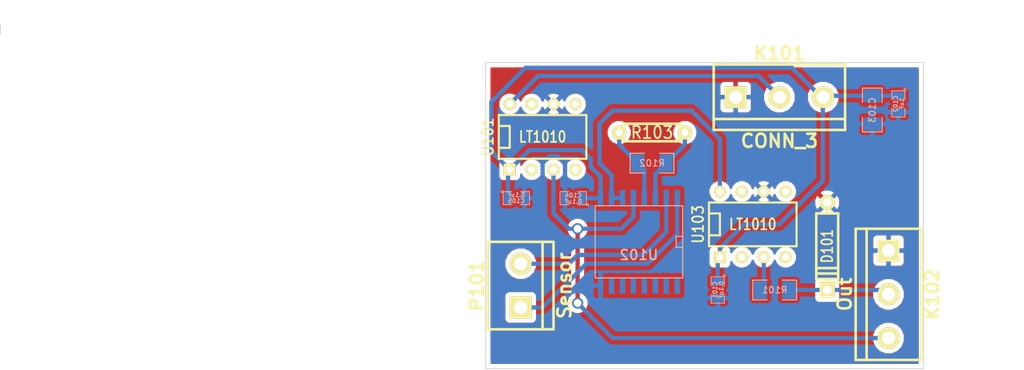
<source format=kicad_pcb>
(kicad_pcb (version 3) (host pcbnew "(2013-07-07 BZR 4022)-stable")

  (general
    (links 32)
    (no_connects 0)
    (area 212.897999 110.942001 335.66 153.466001)
    (thickness 1.6)
    (drawings 7)
    (tracks 82)
    (zones 0)
    (modules 15)
    (nets 12)
  )

  (page A3)
  (layers
    (15 F.Cu signal hide)
    (0 B.Cu signal)
    (16 B.Adhes user)
    (17 F.Adhes user)
    (18 B.Paste user)
    (19 F.Paste user)
    (20 B.SilkS user)
    (21 F.SilkS user)
    (22 B.Mask user)
    (23 F.Mask user)
    (24 Dwgs.User user)
    (25 Cmts.User user)
    (26 Eco1.User user)
    (27 Eco2.User user)
    (28 Edge.Cuts user)
  )

  (setup
    (last_trace_width 0.5)
    (trace_clearance 0.254)
    (zone_clearance 0.508)
    (zone_45_only no)
    (trace_min 0.254)
    (segment_width 0.2)
    (edge_width 0.1)
    (via_size 1.3005)
    (via_drill 0.8992)
    (via_min_size 0.889)
    (via_min_drill 0.508)
    (uvia_size 0.508)
    (uvia_drill 0.127)
    (uvias_allowed no)
    (uvia_min_size 0.508)
    (uvia_min_drill 0.127)
    (pcb_text_width 0.3)
    (pcb_text_size 1.5 1.5)
    (mod_edge_width 0.15)
    (mod_text_size 1 1)
    (mod_text_width 0.15)
    (pad_size 4.064 4.064)
    (pad_drill 3.048)
    (pad_to_mask_clearance 0.4064)
    (solder_mask_min_width 0.4064)
    (aux_axis_origin 0 0)
    (visible_elements 7FFFFFFF)
    (pcbplotparams
      (layerselection 3178497)
      (usegerberextensions true)
      (excludeedgelayer true)
      (linewidth 0.150000)
      (plotframeref false)
      (viasonmask false)
      (mode 1)
      (useauxorigin false)
      (hpglpennumber 1)
      (hpglpenspeed 20)
      (hpglpendiameter 15)
      (hpglpenoverlay 2)
      (psnegative false)
      (psa4output false)
      (plotreference true)
      (plotvalue true)
      (plotothertext true)
      (plotinvisibletext false)
      (padsonsilk false)
      (subtractmaskfromsilk false)
      (outputformat 1)
      (mirror false)
      (drillshape 1)
      (scaleselection 1)
      (outputdirectory ""))
  )

  (net 0 "")
  (net 1 /Se1)
  (net 2 /Se2)
  (net 3 /Vout)
  (net 4 /Vref)
  (net 5 /VrefIN)
  (net 6 GND)
  (net 7 N-0000015)
  (net 8 N-0000024)
  (net 9 N-0000027)
  (net 10 N-000006)
  (net 11 VDD)

  (net_class Default "This is the default net class."
    (clearance 0.254)
    (trace_width 0.5)
    (via_dia 1.3005)
    (via_drill 0.8992)
    (uvia_dia 0.508)
    (uvia_drill 0.127)
    (add_net "")
    (add_net /Se1)
    (add_net /Se2)
    (add_net /Vout)
    (add_net /Vref)
    (add_net /VrefIN)
    (add_net GND)
    (add_net N-0000015)
    (add_net N-0000024)
    (add_net N-0000027)
    (add_net N-000006)
    (add_net VDD)
  )

  (net_class power ""
    (clearance 0.4064)
    (trace_width 0.5)
    (via_dia 0.889)
    (via_drill 0.635)
    (uvia_dia 0.508)
    (uvia_drill 0.127)
  )

  (net_class power2 ""
    (clearance 0.4064)
    (trace_width 0.8)
    (via_dia 0.889)
    (via_drill 0.635)
    (uvia_dia 0.508)
    (uvia_drill 0.127)
  )

  (net_class signal ""
    (clearance 0.4064)
    (trace_width 0.3)
    (via_dia 0.889)
    (via_drill 0.635)
    (uvia_dia 0.508)
    (uvia_drill 0.127)
  )

  (module SO16L (layer B.Cu) (tedit 3F97A924) (tstamp 52962404)
    (at 287.02 138.684 180)
    (path /5295DAE9)
    (attr smd)
    (fp_text reference U102 (at 0 -1.524 180) (layer B.SilkS)
      (effects (font (size 1.143 1.143) (thickness 0.2032)) (justify mirror))
    )
    (fp_text value INA2128 (at 0.381 1.905 180) (layer B.SilkS) hide
      (effects (font (size 1.143 1.143) (thickness 0.2032)) (justify mirror))
    )
    (fp_line (start 5.08 -4.191) (end -5.08 -4.191) (layer B.SilkS) (width 0.127))
    (fp_line (start -5.08 -4.191) (end -5.08 4.191) (layer B.SilkS) (width 0.127))
    (fp_line (start -5.08 4.191) (end 5.08 4.191) (layer B.SilkS) (width 0.127))
    (fp_line (start 5.08 4.191) (end 5.08 -4.191) (layer B.SilkS) (width 0.127))
    (fp_line (start -5.08 0.635) (end -4.318 0.635) (layer B.SilkS) (width 0.127))
    (fp_line (start -4.318 0.635) (end -4.318 -0.635) (layer B.SilkS) (width 0.127))
    (fp_line (start -4.318 -0.635) (end -5.08 -0.635) (layer B.SilkS) (width 0.127))
    (pad 1 smd rect (at -4.445 -5.08 180) (size 0.635 1.905)
      (layers B.Cu B.Paste B.Mask)
    )
    (pad 2 smd rect (at -3.175 -5.08 180) (size 0.635 1.905)
      (layers B.Cu B.Paste B.Mask)
    )
    (pad 3 smd rect (at -1.905 -5.08 180) (size 0.635 1.905)
      (layers B.Cu B.Paste B.Mask)
    )
    (pad 4 smd rect (at -0.635 -5.08 180) (size 0.635 1.905)
      (layers B.Cu B.Paste B.Mask)
    )
    (pad 5 smd rect (at 0.635 -5.08 180) (size 0.635 1.905)
      (layers B.Cu B.Paste B.Mask)
    )
    (pad 6 smd rect (at 1.905 -5.08 180) (size 0.635 1.905)
      (layers B.Cu B.Paste B.Mask)
    )
    (pad 7 smd rect (at 3.175 -5.08 180) (size 0.635 1.905)
      (layers B.Cu B.Paste B.Mask)
    )
    (pad 8 smd rect (at 4.445 -5.08 180) (size 0.635 1.905)
      (layers B.Cu B.Paste B.Mask)
      (net 6 GND)
    )
    (pad 9 smd rect (at 4.445 5.08 180) (size 0.635 1.905)
      (layers B.Cu B.Paste B.Mask)
      (net 11 VDD)
    )
    (pad 10 smd rect (at 3.175 5.08 180) (size 0.635 1.905)
      (layers B.Cu B.Paste B.Mask)
      (net 10 N-000006)
    )
    (pad 11 smd rect (at 1.905 5.08 180) (size 0.635 1.905)
      (layers B.Cu B.Paste B.Mask)
      (net 10 N-000006)
    )
    (pad 12 smd rect (at 0.635 5.08 180) (size 0.635 1.905)
      (layers B.Cu B.Paste B.Mask)
      (net 4 /Vref)
    )
    (pad 13 smd rect (at -0.635 5.08 180) (size 0.635 1.905)
      (layers B.Cu B.Paste B.Mask)
      (net 8 N-0000024)
    )
    (pad 14 smd rect (at -1.905 5.08 180) (size 0.635 1.905)
      (layers B.Cu B.Paste B.Mask)
      (net 9 N-0000027)
    )
    (pad 15 smd rect (at -3.175 5.08 180) (size 0.635 1.905)
      (layers B.Cu B.Paste B.Mask)
      (net 1 /Se1)
    )
    (pad 16 smd rect (at -4.445 5.08 180) (size 0.635 1.905)
      (layers B.Cu B.Paste B.Mask)
      (net 2 /Se2)
    )
    (model smd/cms_so16.wrl
      (at (xyz 0 0 0))
      (scale (xyz 0.5 0.6 0.5))
      (rotate (xyz 0 0 0))
    )
  )

  (module SM1206 (layer B.Cu) (tedit 42806E24) (tstamp 52962410)
    (at 288.544 129.54 180)
    (path /527908C9)
    (attr smd)
    (fp_text reference R102 (at 0 0 180) (layer B.SilkS)
      (effects (font (size 0.762 0.762) (thickness 0.127)) (justify mirror))
    )
    (fp_text value R (at 0 0 180) (layer B.SilkS) hide
      (effects (font (size 0.762 0.762) (thickness 0.127)) (justify mirror))
    )
    (fp_line (start -2.54 1.143) (end -2.54 -1.143) (layer B.SilkS) (width 0.127))
    (fp_line (start -2.54 -1.143) (end -0.889 -1.143) (layer B.SilkS) (width 0.127))
    (fp_line (start 0.889 1.143) (end 2.54 1.143) (layer B.SilkS) (width 0.127))
    (fp_line (start 2.54 1.143) (end 2.54 -1.143) (layer B.SilkS) (width 0.127))
    (fp_line (start 2.54 -1.143) (end 0.889 -1.143) (layer B.SilkS) (width 0.127))
    (fp_line (start -0.889 1.143) (end -2.54 1.143) (layer B.SilkS) (width 0.127))
    (pad 1 smd rect (at -1.651 0 180) (size 1.524 2.032)
      (layers B.Cu B.Paste B.Mask)
      (net 9 N-0000027)
    )
    (pad 2 smd rect (at 1.651 0 180) (size 1.524 2.032)
      (layers B.Cu B.Paste B.Mask)
      (net 8 N-0000024)
    )
    (model smd/chip_cms.wrl
      (at (xyz 0 0 0))
      (scale (xyz 0.17 0.16 0.16))
      (rotate (xyz 0 0 0))
    )
  )

  (module SM1206 (layer B.Cu) (tedit 42806E24) (tstamp 5296241C)
    (at 302.768 144.272 180)
    (path /527A87E3)
    (attr smd)
    (fp_text reference R101 (at 0 0 180) (layer B.SilkS)
      (effects (font (size 0.762 0.762) (thickness 0.127)) (justify mirror))
    )
    (fp_text value 1K (at 0 0 180) (layer B.SilkS) hide
      (effects (font (size 0.762 0.762) (thickness 0.127)) (justify mirror))
    )
    (fp_line (start -2.54 1.143) (end -2.54 -1.143) (layer B.SilkS) (width 0.127))
    (fp_line (start -2.54 -1.143) (end -0.889 -1.143) (layer B.SilkS) (width 0.127))
    (fp_line (start 0.889 1.143) (end 2.54 1.143) (layer B.SilkS) (width 0.127))
    (fp_line (start 2.54 1.143) (end 2.54 -1.143) (layer B.SilkS) (width 0.127))
    (fp_line (start 2.54 -1.143) (end 0.889 -1.143) (layer B.SilkS) (width 0.127))
    (fp_line (start -0.889 1.143) (end -2.54 1.143) (layer B.SilkS) (width 0.127))
    (pad 1 smd rect (at -1.651 0 180) (size 1.524 2.032)
      (layers B.Cu B.Paste B.Mask)
      (net 3 /Vout)
    )
    (pad 2 smd rect (at 1.651 0 180) (size 1.524 2.032)
      (layers B.Cu B.Paste B.Mask)
      (net 7 N-0000015)
    )
    (model smd/chip_cms.wrl
      (at (xyz 0 0 0))
      (scale (xyz 0.17 0.16 0.16))
      (rotate (xyz 0 0 0))
    )
  )

  (module SM1206 (layer B.Cu) (tedit 42806E24) (tstamp 52962428)
    (at 314.0964 123.3678 270)
    (path /527A9C87)
    (attr smd)
    (fp_text reference C103 (at 0 0 270) (layer B.SilkS)
      (effects (font (size 0.762 0.762) (thickness 0.127)) (justify mirror))
    )
    (fp_text value 10uF (at 0 0 270) (layer B.SilkS) hide
      (effects (font (size 0.762 0.762) (thickness 0.127)) (justify mirror))
    )
    (fp_line (start -2.54 1.143) (end -2.54 -1.143) (layer B.SilkS) (width 0.127))
    (fp_line (start -2.54 -1.143) (end -0.889 -1.143) (layer B.SilkS) (width 0.127))
    (fp_line (start 0.889 1.143) (end 2.54 1.143) (layer B.SilkS) (width 0.127))
    (fp_line (start 2.54 1.143) (end 2.54 -1.143) (layer B.SilkS) (width 0.127))
    (fp_line (start 2.54 -1.143) (end 0.889 -1.143) (layer B.SilkS) (width 0.127))
    (fp_line (start -0.889 1.143) (end -2.54 1.143) (layer B.SilkS) (width 0.127))
    (pad 1 smd rect (at -1.651 0 270) (size 1.524 2.032)
      (layers B.Cu B.Paste B.Mask)
      (net 11 VDD)
    )
    (pad 2 smd rect (at 1.651 0 270) (size 1.524 2.032)
      (layers B.Cu B.Paste B.Mask)
      (net 6 GND)
    )
    (model smd/chip_cms.wrl
      (at (xyz 0 0 0))
      (scale (xyz 0.17 0.16 0.16))
      (rotate (xyz 0 0 0))
    )
  )

  (module SM0805 (layer B.Cu) (tedit 5091495C) (tstamp 52962435)
    (at 317.119 122.6566 270)
    (path /527A9C78)
    (attr smd)
    (fp_text reference C102 (at 0 0.3175 270) (layer B.SilkS)
      (effects (font (size 0.50038 0.50038) (thickness 0.10922)) (justify mirror))
    )
    (fp_text value 1uF (at 0 -0.381 270) (layer B.SilkS)
      (effects (font (size 0.50038 0.50038) (thickness 0.10922)) (justify mirror))
    )
    (fp_circle (center -1.651 -0.762) (end -1.651 -0.635) (layer B.SilkS) (width 0.09906))
    (fp_line (start -0.508 -0.762) (end -1.524 -0.762) (layer B.SilkS) (width 0.09906))
    (fp_line (start -1.524 -0.762) (end -1.524 0.762) (layer B.SilkS) (width 0.09906))
    (fp_line (start -1.524 0.762) (end -0.508 0.762) (layer B.SilkS) (width 0.09906))
    (fp_line (start 0.508 0.762) (end 1.524 0.762) (layer B.SilkS) (width 0.09906))
    (fp_line (start 1.524 0.762) (end 1.524 -0.762) (layer B.SilkS) (width 0.09906))
    (fp_line (start 1.524 -0.762) (end 0.508 -0.762) (layer B.SilkS) (width 0.09906))
    (pad 1 smd rect (at -0.9525 0 270) (size 0.889 1.397)
      (layers B.Cu B.Paste B.Mask)
      (net 11 VDD)
    )
    (pad 2 smd rect (at 0.9525 0 270) (size 0.889 1.397)
      (layers B.Cu B.Paste B.Mask)
      (net 6 GND)
    )
    (model smd/chip_cms.wrl
      (at (xyz 0 0 0))
      (scale (xyz 0.1 0.1 0.1))
      (rotate (xyz 0 0 0))
    )
  )

  (module SM0805 (layer B.Cu) (tedit 5091495C) (tstamp 52962442)
    (at 272.796 133.604)
    (path /5295E251)
    (attr smd)
    (fp_text reference C105 (at 0 0.3175) (layer B.SilkS)
      (effects (font (size 0.50038 0.50038) (thickness 0.10922)) (justify mirror))
    )
    (fp_text value 0.1uF (at 0 -0.381) (layer B.SilkS)
      (effects (font (size 0.50038 0.50038) (thickness 0.10922)) (justify mirror))
    )
    (fp_circle (center -1.651 -0.762) (end -1.651 -0.635) (layer B.SilkS) (width 0.09906))
    (fp_line (start -0.508 -0.762) (end -1.524 -0.762) (layer B.SilkS) (width 0.09906))
    (fp_line (start -1.524 -0.762) (end -1.524 0.762) (layer B.SilkS) (width 0.09906))
    (fp_line (start -1.524 0.762) (end -0.508 0.762) (layer B.SilkS) (width 0.09906))
    (fp_line (start 0.508 0.762) (end 1.524 0.762) (layer B.SilkS) (width 0.09906))
    (fp_line (start 1.524 0.762) (end 1.524 -0.762) (layer B.SilkS) (width 0.09906))
    (fp_line (start 1.524 -0.762) (end 0.508 -0.762) (layer B.SilkS) (width 0.09906))
    (pad 1 smd rect (at -0.9525 0) (size 0.889 1.397)
      (layers B.Cu B.Paste B.Mask)
      (net 11 VDD)
    )
    (pad 2 smd rect (at 0.9525 0) (size 0.889 1.397)
      (layers B.Cu B.Paste B.Mask)
      (net 6 GND)
    )
    (model smd/chip_cms.wrl
      (at (xyz 0 0 0))
      (scale (xyz 0.1 0.1 0.1))
      (rotate (xyz 0 0 0))
    )
  )

  (module SM0805 (layer B.Cu) (tedit 5091495C) (tstamp 5296244F)
    (at 279.4 133.604 180)
    (path /5295E26D)
    (attr smd)
    (fp_text reference C104 (at 0 0.3175 180) (layer B.SilkS)
      (effects (font (size 0.50038 0.50038) (thickness 0.10922)) (justify mirror))
    )
    (fp_text value 0.1uF (at 0 -0.381 180) (layer B.SilkS)
      (effects (font (size 0.50038 0.50038) (thickness 0.10922)) (justify mirror))
    )
    (fp_circle (center -1.651 -0.762) (end -1.651 -0.635) (layer B.SilkS) (width 0.09906))
    (fp_line (start -0.508 -0.762) (end -1.524 -0.762) (layer B.SilkS) (width 0.09906))
    (fp_line (start -1.524 -0.762) (end -1.524 0.762) (layer B.SilkS) (width 0.09906))
    (fp_line (start -1.524 0.762) (end -0.508 0.762) (layer B.SilkS) (width 0.09906))
    (fp_line (start 0.508 0.762) (end 1.524 0.762) (layer B.SilkS) (width 0.09906))
    (fp_line (start 1.524 0.762) (end 1.524 -0.762) (layer B.SilkS) (width 0.09906))
    (fp_line (start 1.524 -0.762) (end 0.508 -0.762) (layer B.SilkS) (width 0.09906))
    (pad 1 smd rect (at -0.9525 0 180) (size 0.889 1.397)
      (layers B.Cu B.Paste B.Mask)
      (net 11 VDD)
    )
    (pad 2 smd rect (at 0.9525 0 180) (size 0.889 1.397)
      (layers B.Cu B.Paste B.Mask)
      (net 6 GND)
    )
    (model smd/chip_cms.wrl
      (at (xyz 0 0 0))
      (scale (xyz 0.1 0.1 0.1))
      (rotate (xyz 0 0 0))
    )
  )

  (module SM0805 (layer B.Cu) (tedit 5091495C) (tstamp 5296245C)
    (at 296.164 144.272 270)
    (path /5295E281)
    (attr smd)
    (fp_text reference C101 (at 0 0.3175 270) (layer B.SilkS)
      (effects (font (size 0.50038 0.50038) (thickness 0.10922)) (justify mirror))
    )
    (fp_text value 0.1uF (at 0 -0.381 270) (layer B.SilkS)
      (effects (font (size 0.50038 0.50038) (thickness 0.10922)) (justify mirror))
    )
    (fp_circle (center -1.651 -0.762) (end -1.651 -0.635) (layer B.SilkS) (width 0.09906))
    (fp_line (start -0.508 -0.762) (end -1.524 -0.762) (layer B.SilkS) (width 0.09906))
    (fp_line (start -1.524 -0.762) (end -1.524 0.762) (layer B.SilkS) (width 0.09906))
    (fp_line (start -1.524 0.762) (end -0.508 0.762) (layer B.SilkS) (width 0.09906))
    (fp_line (start 0.508 0.762) (end 1.524 0.762) (layer B.SilkS) (width 0.09906))
    (fp_line (start 1.524 0.762) (end 1.524 -0.762) (layer B.SilkS) (width 0.09906))
    (fp_line (start 1.524 -0.762) (end 0.508 -0.762) (layer B.SilkS) (width 0.09906))
    (pad 1 smd rect (at -0.9525 0 270) (size 0.889 1.397)
      (layers B.Cu B.Paste B.Mask)
      (net 11 VDD)
    )
    (pad 2 smd rect (at 0.9525 0 270) (size 0.889 1.397)
      (layers B.Cu B.Paste B.Mask)
      (net 6 GND)
    )
    (model smd/chip_cms.wrl
      (at (xyz 0 0 0))
      (scale (xyz 0.1 0.1 0.1))
      (rotate (xyz 0 0 0))
    )
  )

  (module R3-LARGE_PADS (layer F.Cu) (tedit 47E26765) (tstamp 5296246A)
    (at 288.544 125.984 180)
    (descr "Resitance 3 pas")
    (tags R)
    (path /52961E5C)
    (autoplace_cost180 10)
    (fp_text reference R103 (at 0 0 180) (layer F.SilkS)
      (effects (font (size 1.397 1.27) (thickness 0.2032)))
    )
    (fp_text value R (at 0 0 180) (layer F.SilkS) hide
      (effects (font (size 1.397 1.27) (thickness 0.2032)))
    )
    (fp_line (start -3.81 0) (end -3.302 0) (layer F.SilkS) (width 0.3048))
    (fp_line (start 3.81 0) (end 3.302 0) (layer F.SilkS) (width 0.3048))
    (fp_line (start 3.302 0) (end 3.302 -1.016) (layer F.SilkS) (width 0.3048))
    (fp_line (start 3.302 -1.016) (end -3.302 -1.016) (layer F.SilkS) (width 0.3048))
    (fp_line (start -3.302 -1.016) (end -3.302 1.016) (layer F.SilkS) (width 0.3048))
    (fp_line (start -3.302 1.016) (end 3.302 1.016) (layer F.SilkS) (width 0.3048))
    (fp_line (start 3.302 1.016) (end 3.302 0) (layer F.SilkS) (width 0.3048))
    (fp_line (start -3.302 -0.508) (end -2.794 -1.016) (layer F.SilkS) (width 0.3048))
    (pad 1 thru_hole circle (at -3.81 0 180) (size 1.651 1.651) (drill 0.8128)
      (layers *.Cu *.Mask F.SilkS)
      (net 9 N-0000027)
    )
    (pad 2 thru_hole circle (at 3.81 0 180) (size 1.651 1.651) (drill 0.8128)
      (layers *.Cu *.Mask F.SilkS)
      (net 8 N-0000024)
    )
    (model discret/resistor.wrl
      (at (xyz 0 0 0))
      (scale (xyz 0.3 0.3 0.3))
      (rotate (xyz 0 0 0))
    )
  )

  (module DIP-8__300 (layer F.Cu) (tedit 43A7F843) (tstamp 5296247D)
    (at 275.844 126.492)
    (descr "8 pins DIL package, round pads")
    (tags DIL)
    (path /527A8FF5)
    (fp_text reference U101 (at -6.35 0 90) (layer F.SilkS)
      (effects (font (size 1.27 1.143) (thickness 0.2032)))
    )
    (fp_text value LT1010 (at 0 0) (layer F.SilkS)
      (effects (font (size 1.27 1.016) (thickness 0.2032)))
    )
    (fp_line (start -5.08 -1.27) (end -3.81 -1.27) (layer F.SilkS) (width 0.254))
    (fp_line (start -3.81 -1.27) (end -3.81 1.27) (layer F.SilkS) (width 0.254))
    (fp_line (start -3.81 1.27) (end -5.08 1.27) (layer F.SilkS) (width 0.254))
    (fp_line (start -5.08 -2.54) (end 5.08 -2.54) (layer F.SilkS) (width 0.254))
    (fp_line (start 5.08 -2.54) (end 5.08 2.54) (layer F.SilkS) (width 0.254))
    (fp_line (start 5.08 2.54) (end -5.08 2.54) (layer F.SilkS) (width 0.254))
    (fp_line (start -5.08 2.54) (end -5.08 -2.54) (layer F.SilkS) (width 0.254))
    (pad 1 thru_hole rect (at -3.81 3.81) (size 1.397 1.397) (drill 0.8128)
      (layers *.Cu *.Mask F.SilkS)
      (net 11 VDD)
    )
    (pad 2 thru_hole circle (at -1.27 3.81) (size 1.397 1.397) (drill 0.8128)
      (layers *.Cu *.Mask F.SilkS)
    )
    (pad 3 thru_hole circle (at 1.27 3.81) (size 1.397 1.397) (drill 0.8128)
      (layers *.Cu *.Mask F.SilkS)
      (net 4 /Vref)
    )
    (pad 4 thru_hole circle (at 3.81 3.81) (size 1.397 1.397) (drill 0.8128)
      (layers *.Cu *.Mask F.SilkS)
    )
    (pad 5 thru_hole circle (at 3.81 -3.81) (size 1.397 1.397) (drill 0.8128)
      (layers *.Cu *.Mask F.SilkS)
    )
    (pad 6 thru_hole circle (at 1.27 -3.81) (size 1.397 1.397) (drill 0.8128)
      (layers *.Cu *.Mask F.SilkS)
      (net 6 GND)
    )
    (pad 7 thru_hole circle (at -1.27 -3.81) (size 1.397 1.397) (drill 0.8128)
      (layers *.Cu *.Mask F.SilkS)
    )
    (pad 8 thru_hole circle (at -3.81 -3.81) (size 1.397 1.397) (drill 0.8128)
      (layers *.Cu *.Mask F.SilkS)
      (net 5 /VrefIN)
    )
    (model dil/dil_8.wrl
      (at (xyz 0 0 0))
      (scale (xyz 1 1 1))
      (rotate (xyz 0 0 0))
    )
  )

  (module DIP-8__300 (layer F.Cu) (tedit 43A7F843) (tstamp 52962490)
    (at 300.228 136.652)
    (descr "8 pins DIL package, round pads")
    (tags DIL)
    (path /5295DD94)
    (fp_text reference U103 (at -6.35 0 90) (layer F.SilkS)
      (effects (font (size 1.27 1.143) (thickness 0.2032)))
    )
    (fp_text value LT1010 (at 0 0) (layer F.SilkS)
      (effects (font (size 1.27 1.016) (thickness 0.2032)))
    )
    (fp_line (start -5.08 -1.27) (end -3.81 -1.27) (layer F.SilkS) (width 0.254))
    (fp_line (start -3.81 -1.27) (end -3.81 1.27) (layer F.SilkS) (width 0.254))
    (fp_line (start -3.81 1.27) (end -5.08 1.27) (layer F.SilkS) (width 0.254))
    (fp_line (start -5.08 -2.54) (end 5.08 -2.54) (layer F.SilkS) (width 0.254))
    (fp_line (start 5.08 -2.54) (end 5.08 2.54) (layer F.SilkS) (width 0.254))
    (fp_line (start 5.08 2.54) (end -5.08 2.54) (layer F.SilkS) (width 0.254))
    (fp_line (start -5.08 2.54) (end -5.08 -2.54) (layer F.SilkS) (width 0.254))
    (pad 1 thru_hole rect (at -3.81 3.81) (size 1.397 1.397) (drill 0.8128)
      (layers *.Cu *.Mask F.SilkS)
      (net 11 VDD)
    )
    (pad 2 thru_hole circle (at -1.27 3.81) (size 1.397 1.397) (drill 0.8128)
      (layers *.Cu *.Mask F.SilkS)
    )
    (pad 3 thru_hole circle (at 1.27 3.81) (size 1.397 1.397) (drill 0.8128)
      (layers *.Cu *.Mask F.SilkS)
      (net 7 N-0000015)
    )
    (pad 4 thru_hole circle (at 3.81 3.81) (size 1.397 1.397) (drill 0.8128)
      (layers *.Cu *.Mask F.SilkS)
    )
    (pad 5 thru_hole circle (at 3.81 -3.81) (size 1.397 1.397) (drill 0.8128)
      (layers *.Cu *.Mask F.SilkS)
    )
    (pad 6 thru_hole circle (at 1.27 -3.81) (size 1.397 1.397) (drill 0.8128)
      (layers *.Cu *.Mask F.SilkS)
      (net 6 GND)
    )
    (pad 7 thru_hole circle (at -1.27 -3.81) (size 1.397 1.397) (drill 0.8128)
      (layers *.Cu *.Mask F.SilkS)
    )
    (pad 8 thru_hole circle (at -3.81 -3.81) (size 1.397 1.397) (drill 0.8128)
      (layers *.Cu *.Mask F.SilkS)
      (net 10 N-000006)
    )
    (model dil/dil_8.wrl
      (at (xyz 0 0 0))
      (scale (xyz 1 1 1))
      (rotate (xyz 0 0 0))
    )
  )

  (module D4 (layer F.Cu) (tedit 200000) (tstamp 5296249E)
    (at 308.864 139.192 270)
    (descr "Diode 4 pas")
    (tags "DIODE DEV")
    (path /527A8858)
    (fp_text reference D101 (at 0 0 270) (layer F.SilkS)
      (effects (font (size 1.27 1.016) (thickness 0.2032)))
    )
    (fp_text value 1N4732 (at 0 0 270) (layer F.SilkS) hide
      (effects (font (size 1.27 1.016) (thickness 0.2032)))
    )
    (fp_line (start -3.81 -1.27) (end 3.81 -1.27) (layer F.SilkS) (width 0.3048))
    (fp_line (start 3.81 -1.27) (end 3.81 1.27) (layer F.SilkS) (width 0.3048))
    (fp_line (start 3.81 1.27) (end -3.81 1.27) (layer F.SilkS) (width 0.3048))
    (fp_line (start -3.81 1.27) (end -3.81 -1.27) (layer F.SilkS) (width 0.3048))
    (fp_line (start 3.175 -1.27) (end 3.175 1.27) (layer F.SilkS) (width 0.3048))
    (fp_line (start 2.54 1.27) (end 2.54 -1.27) (layer F.SilkS) (width 0.3048))
    (fp_line (start -3.81 0) (end -5.08 0) (layer F.SilkS) (width 0.3048))
    (fp_line (start 3.81 0) (end 5.08 0) (layer F.SilkS) (width 0.3048))
    (pad 1 thru_hole circle (at -5.08 0 270) (size 1.778 1.778) (drill 1.016)
      (layers *.Cu *.Mask F.SilkS)
      (net 6 GND)
    )
    (pad 2 thru_hole rect (at 5.08 0 270) (size 1.778 1.778) (drill 1.016)
      (layers *.Cu *.Mask F.SilkS)
      (net 3 /Vout)
    )
    (model discret/diode.wrl
      (at (xyz 0 0 0))
      (scale (xyz 0.4 0.4 0.4))
      (rotate (xyz 0 0 0))
    )
  )

  (module bornier3 (layer F.Cu) (tedit 3EC0ECFA) (tstamp 529624AA)
    (at 315.976 144.78 270)
    (descr "Bornier d'alimentation 3 pins")
    (tags DEV)
    (path /527A8942)
    (fp_text reference K102 (at 0 -5.08 270) (layer F.SilkS)
      (effects (font (size 1.524 1.524) (thickness 0.3048)))
    )
    (fp_text value Out (at 0 5.08 270) (layer F.SilkS)
      (effects (font (size 1.524 1.524) (thickness 0.3048)))
    )
    (fp_line (start -7.62 3.81) (end -7.62 -3.81) (layer F.SilkS) (width 0.3048))
    (fp_line (start 7.62 3.81) (end 7.62 -3.81) (layer F.SilkS) (width 0.3048))
    (fp_line (start -7.62 2.54) (end 7.62 2.54) (layer F.SilkS) (width 0.3048))
    (fp_line (start -7.62 -3.81) (end 7.62 -3.81) (layer F.SilkS) (width 0.3048))
    (fp_line (start -7.62 3.81) (end 7.62 3.81) (layer F.SilkS) (width 0.3048))
    (pad 1 thru_hole rect (at -5.08 0 270) (size 2.54 2.54) (drill 1.524)
      (layers *.Cu *.Mask F.SilkS)
      (net 6 GND)
    )
    (pad 2 thru_hole circle (at 0 0 270) (size 2.54 2.54) (drill 1.524)
      (layers *.Cu *.Mask F.SilkS)
      (net 3 /Vout)
    )
    (pad 3 thru_hole circle (at 5.08 0 270) (size 2.54 2.54) (drill 1.524)
      (layers *.Cu *.Mask F.SilkS)
      (net 4 /Vref)
    )
    (model device/bornier_3.wrl
      (at (xyz 0 0 0))
      (scale (xyz 1 1 1))
      (rotate (xyz 0 0 0))
    )
  )

  (module bornier3 (layer F.Cu) (tedit 3EC0ECFA) (tstamp 5296388C)
    (at 303.31664 121.87428)
    (descr "Bornier d'alimentation 3 pins")
    (tags DEV)
    (path /5295D7FF)
    (fp_text reference K101 (at 0 -5.08) (layer F.SilkS)
      (effects (font (size 1.524 1.524) (thickness 0.3048)))
    )
    (fp_text value CONN_3 (at 0 5.08) (layer F.SilkS)
      (effects (font (size 1.524 1.524) (thickness 0.3048)))
    )
    (fp_line (start -7.62 3.81) (end -7.62 -3.81) (layer F.SilkS) (width 0.3048))
    (fp_line (start 7.62 3.81) (end 7.62 -3.81) (layer F.SilkS) (width 0.3048))
    (fp_line (start -7.62 2.54) (end 7.62 2.54) (layer F.SilkS) (width 0.3048))
    (fp_line (start -7.62 -3.81) (end 7.62 -3.81) (layer F.SilkS) (width 0.3048))
    (fp_line (start -7.62 3.81) (end 7.62 3.81) (layer F.SilkS) (width 0.3048))
    (pad 1 thru_hole rect (at -5.08 0) (size 2.54 2.54) (drill 1.524)
      (layers *.Cu *.Mask F.SilkS)
      (net 6 GND)
    )
    (pad 2 thru_hole circle (at 0 0) (size 2.54 2.54) (drill 1.524)
      (layers *.Cu *.Mask F.SilkS)
      (net 5 /VrefIN)
    )
    (pad 3 thru_hole circle (at 5.08 0) (size 2.54 2.54) (drill 1.524)
      (layers *.Cu *.Mask F.SilkS)
      (net 11 VDD)
    )
    (model device/bornier_3.wrl
      (at (xyz 0 0 0))
      (scale (xyz 1 1 1))
      (rotate (xyz 0 0 0))
    )
  )

  (module bornier2 (layer F.Cu) (tedit 3EC0ED69) (tstamp 529624C1)
    (at 273.304 143.764 90)
    (descr "Bornier d'alimentation 2 pins")
    (tags DEV)
    (path /527A892A)
    (fp_text reference P101 (at 0 -5.08 90) (layer F.SilkS)
      (effects (font (size 1.524 1.524) (thickness 0.3048)))
    )
    (fp_text value Sensor (at 0 5.08 90) (layer F.SilkS)
      (effects (font (size 1.524 1.524) (thickness 0.3048)))
    )
    (fp_line (start 5.08 2.54) (end -5.08 2.54) (layer F.SilkS) (width 0.3048))
    (fp_line (start 5.08 3.81) (end 5.08 -3.81) (layer F.SilkS) (width 0.3048))
    (fp_line (start 5.08 -3.81) (end -5.08 -3.81) (layer F.SilkS) (width 0.3048))
    (fp_line (start -5.08 -3.81) (end -5.08 3.81) (layer F.SilkS) (width 0.3048))
    (fp_line (start -5.08 3.81) (end 5.08 3.81) (layer F.SilkS) (width 0.3048))
    (pad 1 thru_hole rect (at -2.54 0 90) (size 2.54 2.54) (drill 1.524)
      (layers *.Cu *.Mask F.SilkS)
      (net 2 /Se2)
    )
    (pad 2 thru_hole circle (at 2.54 0 90) (size 2.54 2.54) (drill 1.524)
      (layers *.Cu *.Mask F.SilkS)
      (net 1 /Se1)
    )
    (model device/bornier_2.wrl
      (at (xyz 0 0 0))
      (scale (xyz 1 1 1))
      (rotate (xyz 0 0 0))
    )
  )

  (dimension 50.8 (width 0.3) (layer Cmts.User)
    (gr_text "50.800 mm" (at 294.64 112.442001) (layer Cmts.User)
      (effects (font (size 1.5 1.5) (thickness 0.3)))
    )
    (feature1 (pts (xy 320.04 117.856) (xy 320.04 111.092001)))
    (feature2 (pts (xy 269.24 117.856) (xy 269.24 111.092001)))
    (crossbar (pts (xy 269.24 113.792001) (xy 320.04 113.792001)))
    (arrow1a (pts (xy 320.04 113.792001) (xy 318.913497 114.378421)))
    (arrow1b (pts (xy 320.04 113.792001) (xy 318.913497 113.205581)))
    (arrow2a (pts (xy 269.24 113.792001) (xy 270.366503 114.378421)))
    (arrow2b (pts (xy 269.24 113.792001) (xy 270.366503 113.205581)))
  )
  (dimension 35.56 (width 0.3) (layer Cmts.User)
    (gr_text "35.560 mm" (at 329.01 135.636 90) (layer Cmts.User)
      (effects (font (size 1.5 1.5) (thickness 0.3)))
    )
    (feature1 (pts (xy 320.04 117.856) (xy 330.36 117.856)))
    (feature2 (pts (xy 320.04 153.416) (xy 330.36 153.416)))
    (crossbar (pts (xy 327.66 153.416) (xy 327.66 117.856)))
    (arrow1a (pts (xy 327.66 117.856) (xy 328.24642 118.982503)))
    (arrow1b (pts (xy 327.66 117.856) (xy 327.07358 118.982503)))
    (arrow2a (pts (xy 327.66 153.416) (xy 328.24642 152.289497)))
    (arrow2b (pts (xy 327.66 153.416) (xy 327.07358 152.289497)))
  )
  (gr_line (start 269.24 153.416) (end 269.24 117.856) (angle 90) (layer Edge.Cuts) (width 0.1))
  (gr_line (start 320.04 153.416) (end 269.24 153.416) (angle 90) (layer Edge.Cuts) (width 0.1))
  (gr_line (start 320.04 117.856) (end 320.04 153.416) (angle 90) (layer Edge.Cuts) (width 0.1))
  (gr_line (start 269.24 117.856) (end 320.04 117.856) (angle 90) (layer Edge.Cuts) (width 0.1))
  (gr_line (start 212.948 114.52) (end 212.948 113.52) (angle 90) (layer Edge.Cuts) (width 0.1))

  (segment (start 273.304 141.224) (end 278.892 141.224) (width 0.5) (layer B.Cu) (net 1))
  (segment (start 290.195 137.541) (end 290.195 133.604) (width 0.5) (layer B.Cu) (net 1) (tstamp 52962901))
  (segment (start 287.528 140.208) (end 290.195 137.541) (width 0.5) (layer B.Cu) (net 1) (tstamp 529628FF))
  (segment (start 279.908 140.208) (end 287.528 140.208) (width 0.5) (layer B.Cu) (net 1) (tstamp 529628FE))
  (segment (start 278.892 141.224) (end 279.908 140.208) (width 0.5) (layer B.Cu) (net 1) (tstamp 529628FD))
  (segment (start 273.304 146.304) (end 275.844 146.304) (width 0.5) (layer B.Cu) (net 2))
  (segment (start 291.465 137.795) (end 291.465 133.604) (width 0.5) (layer B.Cu) (net 2) (tstamp 529628F9))
  (segment (start 288.036 141.224) (end 291.465 137.795) (width 0.5) (layer B.Cu) (net 2) (tstamp 529628F7))
  (segment (start 280.924 141.224) (end 288.036 141.224) (width 0.5) (layer B.Cu) (net 2) (tstamp 529628F5))
  (segment (start 275.844 146.304) (end 280.924 141.224) (width 0.5) (layer B.Cu) (net 2) (tstamp 529628F3))
  (segment (start 308.864 144.272) (end 315.468 144.272) (width 0.5) (layer B.Cu) (net 3))
  (segment (start 315.468 144.272) (end 315.976 144.78) (width 0.5) (layer B.Cu) (net 3) (tstamp 5296287B))
  (segment (start 304.419 144.272) (end 308.864 144.272) (width 0.5) (layer B.Cu) (net 3))
  (segment (start 315.976 149.86) (end 283.972 149.86) (width 0.5) (layer B.Cu) (net 4))
  (via (at 279.908 137.16) (size 1.3005) (layers F.Cu B.Cu) (net 4))
  (segment (start 279.908 145.796) (end 279.908 137.16) (width 0.5) (layer F.Cu) (net 4) (tstamp 52962974))
  (via (at 279.908 145.796) (size 1.3005) (layers F.Cu B.Cu) (net 4))
  (segment (start 283.972 149.86) (end 279.908 145.796) (width 0.5) (layer B.Cu) (net 4) (tstamp 5296296F))
  (segment (start 277.114 130.302) (end 277.114 135.382) (width 0.5) (layer B.Cu) (net 4))
  (segment (start 286.385 135.763) (end 286.385 133.604) (width 0.5) (layer B.Cu) (net 4) (tstamp 5296288D))
  (segment (start 284.988 137.16) (end 286.385 135.763) (width 0.5) (layer B.Cu) (net 4) (tstamp 5296288C))
  (segment (start 278.892 137.16) (end 279.908 137.16) (width 0.5) (layer B.Cu) (net 4) (tstamp 5296288B))
  (segment (start 279.908 137.16) (end 284.988 137.16) (width 0.5) (layer B.Cu) (net 4) (tstamp 52962979))
  (segment (start 277.114 135.382) (end 278.892 137.16) (width 0.5) (layer B.Cu) (net 4) (tstamp 5296288A))
  (segment (start 303.31664 121.87428) (end 303.31664 121.8438) (width 0.5) (layer B.Cu) (net 5))
  (segment (start 275.3106 119.4054) (end 272.034 122.682) (width 0.5) (layer B.Cu) (net 5) (tstamp 529639CD))
  (segment (start 300.87824 119.4054) (end 275.3106 119.4054) (width 0.5) (layer B.Cu) (net 5) (tstamp 529639C8))
  (segment (start 303.31664 121.8438) (end 300.87824 119.4054) (width 0.5) (layer B.Cu) (net 5) (tstamp 529639C3))
  (segment (start 278.4475 133.604) (end 278.4475 129.6035) (width 0.5) (layer B.Cu) (net 6))
  (segment (start 275.336 133.604) (end 273.7485 133.604) (width 0.5) (layer B.Cu) (net 6) (tstamp 52962AB2))
  (segment (start 275.844 133.096) (end 275.336 133.604) (width 0.5) (layer B.Cu) (net 6) (tstamp 52962AB1))
  (segment (start 275.844 129.54) (end 275.844 133.096) (width 0.5) (layer B.Cu) (net 6) (tstamp 52962AAF))
  (segment (start 276.613998 128.770002) (end 275.844 129.54) (width 0.5) (layer B.Cu) (net 6) (tstamp 52962AAD))
  (segment (start 277.614002 128.770002) (end 276.613998 128.770002) (width 0.5) (layer B.Cu) (net 6) (tstamp 52962AAA))
  (segment (start 278.4475 129.6035) (end 277.614002 128.770002) (width 0.5) (layer B.Cu) (net 6) (tstamp 52962AA9))
  (segment (start 301.498 140.462) (end 301.498 143.891) (width 0.5) (layer B.Cu) (net 7))
  (segment (start 301.498 143.891) (end 301.117 144.272) (width 0.5) (layer B.Cu) (net 7) (tstamp 52962876))
  (segment (start 284.734 125.984) (end 284.734 127.381) (width 0.5) (layer B.Cu) (net 8))
  (segment (start 284.734 127.381) (end 286.893 129.54) (width 0.5) (layer B.Cu) (net 8) (tstamp 52962863))
  (segment (start 287.655 133.604) (end 287.655 130.302) (width 0.5) (layer B.Cu) (net 8))
  (segment (start 287.655 130.302) (end 286.893 129.54) (width 0.5) (layer B.Cu) (net 8) (tstamp 52962860))
  (segment (start 292.354 125.984) (end 292.354 127.381) (width 0.5) (layer B.Cu) (net 9))
  (segment (start 292.354 127.381) (end 290.195 129.54) (width 0.5) (layer B.Cu) (net 9) (tstamp 52962866))
  (segment (start 288.925 133.604) (end 288.925 130.81) (width 0.5) (layer B.Cu) (net 9))
  (segment (start 288.925 130.81) (end 290.195 129.54) (width 0.5) (layer B.Cu) (net 9) (tstamp 5296285D))
  (segment (start 283.845 133.604) (end 285.115 133.604) (width 0.5) (layer B.Cu) (net 10))
  (segment (start 296.418 132.842) (end 296.418 126.746) (width 0.5) (layer B.Cu) (net 10))
  (segment (start 283.845 130.937) (end 283.845 133.604) (width 0.5) (layer B.Cu) (net 10) (tstamp 52962871))
  (segment (start 282.448 129.54) (end 283.845 130.937) (width 0.5) (layer B.Cu) (net 10) (tstamp 52962870))
  (segment (start 282.448 124.968) (end 282.448 129.54) (width 0.5) (layer B.Cu) (net 10) (tstamp 5296286F))
  (segment (start 283.972 123.444) (end 282.448 124.968) (width 0.5) (layer B.Cu) (net 10) (tstamp 5296286D))
  (segment (start 293.116 123.444) (end 283.972 123.444) (width 0.5) (layer B.Cu) (net 10) (tstamp 5296286B))
  (segment (start 296.418 126.746) (end 293.116 123.444) (width 0.5) (layer B.Cu) (net 10) (tstamp 52962869))
  (segment (start 308.39664 121.87428) (end 308.1782 121.87428) (width 0.5) (layer B.Cu) (net 11))
  (segment (start 269.9004 128.1684) (end 272.034 130.302) (width 0.5) (layer B.Cu) (net 11) (tstamp 529639DE))
  (segment (start 269.9004 122.43308) (end 269.9004 128.1684) (width 0.5) (layer B.Cu) (net 11) (tstamp 529639DB))
  (segment (start 273.86788 118.4656) (end 269.9004 122.43308) (width 0.5) (layer B.Cu) (net 11) (tstamp 529639D9))
  (segment (start 304.76952 118.4656) (end 273.86788 118.4656) (width 0.5) (layer B.Cu) (net 11) (tstamp 529639D4))
  (segment (start 308.1782 121.87428) (end 304.76952 118.4656) (width 0.5) (layer B.Cu) (net 11) (tstamp 529639D1))
  (segment (start 314.0964 121.7168) (end 308.55412 121.7168) (width 0.5) (layer B.Cu) (net 11))
  (segment (start 308.55412 121.7168) (end 308.39664 121.87428) (width 0.5) (layer B.Cu) (net 11) (tstamp 529639AF))
  (segment (start 317.119 121.7041) (end 314.1091 121.7041) (width 0.5) (layer B.Cu) (net 11))
  (segment (start 314.1091 121.7041) (end 314.0964 121.7168) (width 0.5) (layer B.Cu) (net 11) (tstamp 52963986))
  (segment (start 308.356 124.38888) (end 308.356 121.91492) (width 0.5) (layer B.Cu) (net 11))
  (segment (start 308.356 121.91492) (end 308.39664 121.87428) (width 0.5) (layer B.Cu) (net 11) (tstamp 52963969))
  (segment (start 296.418 140.462) (end 296.418 139.446) (width 0.5) (layer B.Cu) (net 11))
  (segment (start 296.418 139.446) (end 299.212 136.652) (width 0.5) (layer B.Cu) (net 11) (tstamp 52962881))
  (segment (start 299.212 136.652) (end 303.276 136.652) (width 0.5) (layer B.Cu) (net 11) (tstamp 52962882))
  (segment (start 303.276 136.652) (end 308.356 131.572) (width 0.5) (layer B.Cu) (net 11) (tstamp 52962884))
  (segment (start 308.356 131.572) (end 308.356 124.38888) (width 0.5) (layer B.Cu) (net 11) (tstamp 52962886))
  (segment (start 308.356 124.38888) (end 308.356 123.952) (width 0.5) (layer B.Cu) (net 11) (tstamp 52963967))
  (segment (start 282.575 133.604) (end 282.575 131.1148) (width 0.5) (layer B.Cu) (net 11))
  (segment (start 281.432 129.032) (end 281.432 129.9718) (width 0.5) (layer B.Cu) (net 11) (tstamp 529628BE))
  (segment (start 280.416 128.016) (end 281.432 129.032) (width 0.5) (layer B.Cu) (net 11) (tstamp 529628BD))
  (segment (start 274.32 128.016) (end 280.416 128.016) (width 0.5) (layer B.Cu) (net 11) (tstamp 529628BC))
  (segment (start 272.034 130.302) (end 274.32 128.016) (width 0.5) (layer B.Cu) (net 11))
  (segment (start 282.575 131.1148) (end 281.432 129.9718) (width 0.5) (layer B.Cu) (net 11) (tstamp 529637F8))
  (segment (start 271.8435 133.604) (end 271.8435 130.4925) (width 0.5) (layer B.Cu) (net 11))
  (segment (start 271.8435 130.4925) (end 272.034 130.302) (width 0.5) (layer B.Cu) (net 11) (tstamp 529628A3))
  (segment (start 282.575 133.604) (end 280.3525 133.604) (width 0.5) (layer B.Cu) (net 11))
  (segment (start 296.164 143.3195) (end 296.164 140.716) (width 0.5) (layer B.Cu) (net 11))
  (segment (start 296.164 140.716) (end 296.418 140.462) (width 0.5) (layer B.Cu) (net 11) (tstamp 5296287E))

  (zone (net 6) (net_name GND) (layer F.Cu) (tstamp 52962BC1) (hatch edge 0.508)
    (connect_pads (clearance 0.508))
    (min_thickness 0.254)
    (fill (arc_segments 16) (thermal_gap 0.5) (thermal_bridge_width 0.5))
    (polygon
      (pts
        (xy 320.04 153.416) (xy 269.24 153.416) (xy 269.24 117.856) (xy 320.04 117.856)
      )
    )
    (filled_polygon
      (pts
        (xy 319.355 152.731) (xy 317.88133 152.731) (xy 317.88133 149.482735) (xy 317.88133 144.402735) (xy 317.873108 144.382836)
        (xy 317.873108 141.094171) (xy 317.873108 138.305829) (xy 317.777854 138.075297) (xy 317.60163 137.898766) (xy 317.371265 137.80311)
        (xy 317.121829 137.802892) (xy 316.25575 137.803) (xy 316.099 137.95975) (xy 316.099 139.577) (xy 317.71625 139.577)
        (xy 317.873 139.42025) (xy 317.873108 138.305829) (xy 317.873108 141.094171) (xy 317.873 139.97975) (xy 317.71625 139.823)
        (xy 316.099 139.823) (xy 316.099 141.44025) (xy 316.25575 141.597) (xy 317.121829 141.597108) (xy 317.371265 141.59689)
        (xy 317.60163 141.501234) (xy 317.777854 141.324703) (xy 317.873108 141.094171) (xy 317.873108 144.382836) (xy 317.591922 143.702314)
        (xy 317.056505 143.165961) (xy 316.35659 142.875332) (xy 315.853 142.874892) (xy 315.853 141.44025) (xy 315.853 139.823)
        (xy 315.853 139.577) (xy 315.853 137.95975) (xy 315.69625 137.803) (xy 314.830171 137.802892) (xy 314.580735 137.80311)
        (xy 314.35037 137.898766) (xy 314.174146 138.075297) (xy 314.078892 138.305829) (xy 314.079 139.42025) (xy 314.23575 139.577)
        (xy 315.853 139.577) (xy 315.853 139.823) (xy 314.23575 139.823) (xy 314.079 139.97975) (xy 314.078892 141.094171)
        (xy 314.174146 141.324703) (xy 314.35037 141.501234) (xy 314.580735 141.59689) (xy 314.830171 141.597108) (xy 315.69625 141.597)
        (xy 315.853 141.44025) (xy 315.853 142.874892) (xy 315.598735 142.87467) (xy 314.898314 143.164078) (xy 314.361961 143.699495)
        (xy 314.071332 144.39941) (xy 314.07067 145.157265) (xy 314.360078 145.857686) (xy 314.895495 146.394039) (xy 315.59541 146.684668)
        (xy 316.353265 146.68533) (xy 317.053686 146.395922) (xy 317.590039 145.860505) (xy 317.880668 145.16059) (xy 317.88133 144.402735)
        (xy 317.88133 149.482735) (xy 317.591922 148.782314) (xy 317.056505 148.245961) (xy 316.35659 147.955332) (xy 315.598735 147.95467)
        (xy 314.898314 148.244078) (xy 314.361961 148.779495) (xy 314.071332 149.47941) (xy 314.07067 150.237265) (xy 314.360078 150.937686)
        (xy 314.895495 151.474039) (xy 315.59541 151.764668) (xy 316.353265 151.76533) (xy 317.053686 151.475922) (xy 317.590039 150.940505)
        (xy 317.880668 150.24059) (xy 317.88133 149.482735) (xy 317.88133 152.731) (xy 310.39094 152.731) (xy 310.39094 134.35209)
        (xy 310.366587 133.74948) (xy 310.30197 133.59348) (xy 310.30197 121.497015) (xy 310.012562 120.796594) (xy 309.477145 120.260241)
        (xy 308.77723 119.969612) (xy 308.019375 119.96895) (xy 307.318954 120.258358) (xy 306.782601 120.793775) (xy 306.491972 121.49369)
        (xy 306.49131 122.251545) (xy 306.780718 122.951966) (xy 307.316135 123.488319) (xy 308.01605 123.778948) (xy 308.773905 123.77961)
        (xy 309.474326 123.490202) (xy 310.010679 122.954785) (xy 310.301308 122.25487) (xy 310.30197 121.497015) (xy 310.30197 133.59348)
        (xy 310.18283 133.305851) (xy 309.929251 133.220697) (xy 309.755303 133.394645) (xy 309.755303 133.046749) (xy 309.670149 132.79317)
        (xy 309.10409 132.58506) (xy 308.50148 132.609413) (xy 308.057851 132.79317) (xy 307.972697 133.046749) (xy 308.864 133.938052)
        (xy 309.755303 133.046749) (xy 309.755303 133.394645) (xy 309.037948 134.112) (xy 309.929251 135.003303) (xy 310.18283 134.918149)
        (xy 310.39094 134.35209) (xy 310.39094 152.731) (xy 310.38811 152.731) (xy 310.38811 145.035245) (xy 310.38811 143.257245)
        (xy 310.291641 143.023771) (xy 310.113168 142.844987) (xy 309.879864 142.748111) (xy 309.755303 142.748002) (xy 309.755303 135.177251)
        (xy 308.864 134.285948) (xy 308.690052 134.459896) (xy 308.690052 134.112) (xy 307.798749 133.220697) (xy 307.54517 133.305851)
        (xy 307.33706 133.87191) (xy 307.361413 134.47452) (xy 307.54517 134.918149) (xy 307.798749 135.003303) (xy 308.690052 134.112)
        (xy 308.690052 134.459896) (xy 307.972697 135.177251) (xy 308.057851 135.43083) (xy 308.62391 135.63894) (xy 309.22652 135.614587)
        (xy 309.670149 135.43083) (xy 309.755303 135.177251) (xy 309.755303 142.748002) (xy 309.627245 142.74789) (xy 307.849245 142.74789)
        (xy 307.615771 142.844359) (xy 307.436987 143.022832) (xy 307.340111 143.256136) (xy 307.33989 143.508755) (xy 307.33989 145.286755)
        (xy 307.436359 145.520229) (xy 307.614832 145.699013) (xy 307.848136 145.795889) (xy 308.100755 145.79611) (xy 309.878755 145.79611)
        (xy 310.112229 145.699641) (xy 310.291013 145.521168) (xy 310.387889 145.287864) (xy 310.38811 145.035245) (xy 310.38811 152.731)
        (xy 305.37173 152.731) (xy 305.37173 140.197914) (xy 305.37173 132.577914) (xy 305.22197 132.215466) (xy 305.22197 121.497015)
        (xy 304.932562 120.796594) (xy 304.397145 120.260241) (xy 303.69723 119.969612) (xy 302.939375 119.96895) (xy 302.238954 120.258358)
        (xy 301.702601 120.793775) (xy 301.411972 121.49369) (xy 301.41131 122.251545) (xy 301.700718 122.951966) (xy 302.236135 123.488319)
        (xy 302.93605 123.778948) (xy 303.693905 123.77961) (xy 304.394326 123.490202) (xy 304.930679 122.954785) (xy 305.221308 122.25487)
        (xy 305.22197 121.497015) (xy 305.22197 132.215466) (xy 305.169145 132.08762) (xy 304.794353 131.712174) (xy 304.304413 131.508733)
        (xy 303.773914 131.50827) (xy 303.28362 131.710855) (xy 302.908174 132.085647) (xy 302.770059 132.418263) (xy 302.65912 132.150433)
        (xy 302.425278 132.08867) (xy 302.25133 132.262618) (xy 302.25133 131.914722) (xy 302.189567 131.68088) (xy 301.692583 131.504614)
        (xy 301.165976 131.531952) (xy 300.806433 131.68088) (xy 300.74467 131.914722) (xy 301.498 132.668052) (xy 302.25133 131.914722)
        (xy 302.25133 132.262618) (xy 301.671948 132.842) (xy 302.425278 133.59533) (xy 302.65912 133.533567) (xy 302.761559 133.244737)
        (xy 302.906855 133.59638) (xy 303.281647 133.971826) (xy 303.771587 134.175267) (xy 304.302086 134.17573) (xy 304.79238 133.973145)
        (xy 305.167826 133.598353) (xy 305.371267 133.108413) (xy 305.37173 132.577914) (xy 305.37173 140.197914) (xy 305.169145 139.70762)
        (xy 304.794353 139.332174) (xy 304.304413 139.128733) (xy 303.773914 139.12827) (xy 303.28362 139.330855) (xy 302.908174 139.705647)
        (xy 302.767906 140.043448) (xy 302.629145 139.70762) (xy 302.254353 139.332174) (xy 302.25133 139.330918) (xy 302.25133 133.769278)
        (xy 301.498 133.015948) (xy 301.324052 133.189896) (xy 301.324052 132.842) (xy 300.570722 132.08867) (xy 300.33688 132.150433)
        (xy 300.23444 132.439262) (xy 300.133748 132.195567) (xy 300.133748 123.020109) (xy 300.133748 120.728451) (xy 300.13353 120.479015)
        (xy 300.037874 120.24865) (xy 299.861343 120.072426) (xy 299.630811 119.977172) (xy 298.51639 119.97728) (xy 298.35964 120.13403)
        (xy 298.35964 121.75128) (xy 299.97689 121.75128) (xy 300.13364 121.59453) (xy 300.133748 120.728451) (xy 300.133748 123.020109)
        (xy 300.13364 122.15403) (xy 299.97689 121.99728) (xy 298.35964 121.99728) (xy 298.35964 123.61453) (xy 298.51639 123.77128)
        (xy 299.630811 123.771388) (xy 299.861343 123.676134) (xy 300.037874 123.49991) (xy 300.13353 123.269545) (xy 300.133748 123.020109)
        (xy 300.133748 132.195567) (xy 300.089145 132.08762) (xy 299.714353 131.712174) (xy 299.224413 131.508733) (xy 298.693914 131.50827)
        (xy 298.20362 131.710855) (xy 298.11364 131.800678) (xy 298.11364 123.61453) (xy 298.11364 121.99728) (xy 298.11364 121.75128)
        (xy 298.11364 120.13403) (xy 297.95689 119.97728) (xy 296.842469 119.977172) (xy 296.611937 120.072426) (xy 296.435406 120.24865)
        (xy 296.33975 120.479015) (xy 296.339532 120.728451) (xy 296.33964 121.59453) (xy 296.49639 121.75128) (xy 298.11364 121.75128)
        (xy 298.11364 121.99728) (xy 296.49639 121.99728) (xy 296.33964 122.15403) (xy 296.339532 123.020109) (xy 296.33975 123.269545)
        (xy 296.435406 123.49991) (xy 296.611937 123.676134) (xy 296.842469 123.771388) (xy 297.95689 123.77128) (xy 298.11364 123.61453)
        (xy 298.11364 131.800678) (xy 297.828174 132.085647) (xy 297.687906 132.423448) (xy 297.549145 132.08762) (xy 297.174353 131.712174)
        (xy 296.684413 131.508733) (xy 296.153914 131.50827) (xy 295.66362 131.710855) (xy 295.288174 132.085647) (xy 295.084733 132.575587)
        (xy 295.08427 133.106086) (xy 295.286855 133.59638) (xy 295.661647 133.971826) (xy 296.151587 134.175267) (xy 296.682086 134.17573)
        (xy 297.17238 133.973145) (xy 297.547826 133.598353) (xy 297.688093 133.260551) (xy 297.826855 133.59638) (xy 298.201647 133.971826)
        (xy 298.691587 134.175267) (xy 299.222086 134.17573) (xy 299.71238 133.973145) (xy 300.087826 133.598353) (xy 300.22594 133.265736)
        (xy 300.33688 133.533567) (xy 300.570722 133.59533) (xy 301.324052 132.842) (xy 301.324052 133.189896) (xy 300.74467 133.769278)
        (xy 300.806433 134.00312) (xy 301.303417 134.179386) (xy 301.830024 134.152048) (xy 302.189567 134.00312) (xy 302.25133 133.769278)
        (xy 302.25133 139.330918) (xy 301.764413 139.128733) (xy 301.233914 139.12827) (xy 300.74362 139.330855) (xy 300.368174 139.705647)
        (xy 300.227906 140.043448) (xy 300.089145 139.70762) (xy 299.714353 139.332174) (xy 299.224413 139.128733) (xy 298.693914 139.12827)
        (xy 298.20362 139.330855) (xy 297.828174 139.705647) (xy 297.75161 139.890033) (xy 297.75161 139.637745) (xy 297.655141 139.404271)
        (xy 297.476668 139.225487) (xy 297.243364 139.128611) (xy 296.990745 139.12839) (xy 295.593745 139.12839) (xy 295.360271 139.224859)
        (xy 295.181487 139.403332) (xy 295.084611 139.636636) (xy 295.08439 139.889255) (xy 295.08439 141.286255) (xy 295.180859 141.519729)
        (xy 295.359332 141.698513) (xy 295.592636 141.795389) (xy 295.845255 141.79561) (xy 297.242255 141.79561) (xy 297.475729 141.699141)
        (xy 297.654513 141.520668) (xy 297.751389 141.287364) (xy 297.75161 141.034745) (xy 297.75161 141.034272) (xy 297.826855 141.21638)
        (xy 298.201647 141.591826) (xy 298.691587 141.795267) (xy 299.222086 141.79573) (xy 299.71238 141.593145) (xy 300.087826 141.218353)
        (xy 300.228093 140.880551) (xy 300.366855 141.21638) (xy 300.741647 141.591826) (xy 301.231587 141.795267) (xy 301.762086 141.79573)
        (xy 302.25238 141.593145) (xy 302.627826 141.218353) (xy 302.768093 140.880551) (xy 302.906855 141.21638) (xy 303.281647 141.591826)
        (xy 303.771587 141.795267) (xy 304.302086 141.79573) (xy 304.79238 141.593145) (xy 305.167826 141.218353) (xy 305.371267 140.728413)
        (xy 305.37173 140.197914) (xy 305.37173 152.731) (xy 293.814752 152.731) (xy 293.814752 125.694763) (xy 293.592873 125.157775)
        (xy 293.182386 124.746571) (xy 292.645786 124.523755) (xy 292.064763 124.523248) (xy 291.527775 124.745127) (xy 291.116571 125.155614)
        (xy 290.893755 125.692214) (xy 290.893248 126.273237) (xy 291.115127 126.810225) (xy 291.525614 127.221429) (xy 292.062214 127.444245)
        (xy 292.643237 127.444752) (xy 293.180225 127.222873) (xy 293.591429 126.812386) (xy 293.814245 126.275786) (xy 293.814752 125.694763)
        (xy 293.814752 152.731) (xy 286.194752 152.731) (xy 286.194752 125.694763) (xy 285.972873 125.157775) (xy 285.562386 124.746571)
        (xy 285.025786 124.523755) (xy 284.444763 124.523248) (xy 283.907775 124.745127) (xy 283.496571 125.155614) (xy 283.273755 125.692214)
        (xy 283.273248 126.273237) (xy 283.495127 126.810225) (xy 283.905614 127.221429) (xy 284.442214 127.444245) (xy 285.023237 127.444752)
        (xy 285.560225 127.222873) (xy 285.971429 126.812386) (xy 286.194245 126.275786) (xy 286.194752 125.694763) (xy 286.194752 152.731)
        (xy 281.193473 152.731) (xy 281.193473 145.541469) (xy 280.998218 145.068915) (xy 280.793 144.863339) (xy 280.793 138.092577)
        (xy 280.996947 137.888986) (xy 281.193027 137.416774) (xy 281.193473 136.905469) (xy 280.998218 136.432915) (xy 280.98773 136.422408)
        (xy 280.98773 130.037914) (xy 280.98773 122.417914) (xy 280.785145 121.92762) (xy 280.410353 121.552174) (xy 279.920413 121.348733)
        (xy 279.389914 121.34827) (xy 278.89962 121.550855) (xy 278.524174 121.925647) (xy 278.386059 122.258263) (xy 278.27512 121.990433)
        (xy 278.041278 121.92867) (xy 277.86733 122.102618) (xy 277.86733 121.754722) (xy 277.805567 121.52088) (xy 277.308583 121.344614)
        (xy 276.781976 121.371952) (xy 276.422433 121.52088) (xy 276.36067 121.754722) (xy 277.114 122.508052) (xy 277.86733 121.754722)
        (xy 277.86733 122.102618) (xy 277.287948 122.682) (xy 278.041278 123.43533) (xy 278.27512 123.373567) (xy 278.377559 123.084737)
        (xy 278.522855 123.43638) (xy 278.897647 123.811826) (xy 279.387587 124.015267) (xy 279.918086 124.01573) (xy 280.40838 123.813145)
        (xy 280.783826 123.438353) (xy 280.987267 122.948413) (xy 280.98773 122.417914) (xy 280.98773 130.037914) (xy 280.785145 129.54762)
        (xy 280.410353 129.172174) (xy 279.920413 128.968733) (xy 279.389914 128.96827) (xy 278.89962 129.170855) (xy 278.524174 129.545647)
        (xy 278.383906 129.883448) (xy 278.245145 129.54762) (xy 277.870353 129.172174) (xy 277.86733 129.170918) (xy 277.86733 123.609278)
        (xy 277.114 122.855948) (xy 276.940052 123.029896) (xy 276.940052 122.682) (xy 276.186722 121.92867) (xy 275.95288 121.990433)
        (xy 275.85044 122.279262) (xy 275.705145 121.92762) (xy 275.330353 121.552174) (xy 274.840413 121.348733) (xy 274.309914 121.34827)
        (xy 273.81962 121.550855) (xy 273.444174 121.925647) (xy 273.303906 122.263448) (xy 273.165145 121.92762) (xy 272.790353 121.552174)
        (xy 272.300413 121.348733) (xy 271.769914 121.34827) (xy 271.27962 121.550855) (xy 270.904174 121.925647) (xy 270.700733 122.415587)
        (xy 270.70027 122.946086) (xy 270.902855 123.43638) (xy 271.277647 123.811826) (xy 271.767587 124.015267) (xy 272.298086 124.01573)
        (xy 272.78838 123.813145) (xy 273.163826 123.438353) (xy 273.304093 123.100551) (xy 273.442855 123.43638) (xy 273.817647 123.811826)
        (xy 274.307587 124.015267) (xy 274.838086 124.01573) (xy 275.32838 123.813145) (xy 275.703826 123.438353) (xy 275.84194 123.105736)
        (xy 275.95288 123.373567) (xy 276.186722 123.43533) (xy 276.940052 122.682) (xy 276.940052 123.029896) (xy 276.36067 123.609278)
        (xy 276.422433 123.84312) (xy 276.919417 124.019386) (xy 277.446024 123.992048) (xy 277.805567 123.84312) (xy 277.86733 123.609278)
        (xy 277.86733 129.170918) (xy 277.380413 128.968733) (xy 276.849914 128.96827) (xy 276.35962 129.170855) (xy 275.984174 129.545647)
        (xy 275.843906 129.883448) (xy 275.705145 129.54762) (xy 275.330353 129.172174) (xy 274.840413 128.968733) (xy 274.309914 128.96827)
        (xy 273.81962 129.170855) (xy 273.444174 129.545647) (xy 273.36761 129.730033) (xy 273.36761 129.477745) (xy 273.271141 129.244271)
        (xy 273.092668 129.065487) (xy 272.859364 128.968611) (xy 272.606745 128.96839) (xy 271.209745 128.96839) (xy 270.976271 129.064859)
        (xy 270.797487 129.243332) (xy 270.700611 129.476636) (xy 270.70039 129.729255) (xy 270.70039 131.126255) (xy 270.796859 131.359729)
        (xy 270.975332 131.538513) (xy 271.208636 131.635389) (xy 271.461255 131.63561) (xy 272.858255 131.63561) (xy 273.091729 131.539141)
        (xy 273.270513 131.360668) (xy 273.367389 131.127364) (xy 273.36761 130.874745) (xy 273.36761 130.874272) (xy 273.442855 131.05638)
        (xy 273.817647 131.431826) (xy 274.307587 131.635267) (xy 274.838086 131.63573) (xy 275.32838 131.433145) (xy 275.703826 131.058353)
        (xy 275.844093 130.720551) (xy 275.982855 131.05638) (xy 276.357647 131.431826) (xy 276.847587 131.635267) (xy 277.378086 131.63573)
        (xy 277.86838 131.433145) (xy 278.243826 131.058353) (xy 278.384093 130.720551) (xy 278.522855 131.05638) (xy 278.897647 131.431826)
        (xy 279.387587 131.635267) (xy 279.918086 131.63573) (xy 280.40838 131.433145) (xy 280.783826 131.058353) (xy 280.987267 130.568413)
        (xy 280.98773 130.037914) (xy 280.98773 136.422408) (xy 280.636986 136.071053) (xy 280.164774 135.874973) (xy 279.653469 135.874527)
        (xy 279.180915 136.069782) (xy 278.819053 136.431014) (xy 278.622973 136.903226) (xy 278.622527 137.414531) (xy 278.817782 137.887085)
        (xy 279.023 138.09266) (xy 279.023 144.863422) (xy 278.819053 145.067014) (xy 278.622973 145.539226) (xy 278.622527 146.050531)
        (xy 278.817782 146.523085) (xy 279.179014 146.884947) (xy 279.651226 147.081027) (xy 280.162531 147.081473) (xy 280.635085 146.886218)
        (xy 280.996947 146.524986) (xy 281.193027 146.052774) (xy 281.193473 145.541469) (xy 281.193473 152.731) (xy 275.20933 152.731)
        (xy 275.20933 140.846735) (xy 274.919922 140.146314) (xy 274.384505 139.609961) (xy 273.68459 139.319332) (xy 272.926735 139.31867)
        (xy 272.226314 139.608078) (xy 271.689961 140.143495) (xy 271.399332 140.84341) (xy 271.39867 141.601265) (xy 271.688078 142.301686)
        (xy 272.223495 142.838039) (xy 272.92341 143.128668) (xy 273.681265 143.12933) (xy 274.381686 142.839922) (xy 274.918039 142.304505)
        (xy 275.208668 141.60459) (xy 275.20933 140.846735) (xy 275.20933 152.731) (xy 275.20911 152.731) (xy 275.20911 147.448245)
        (xy 275.20911 144.908245) (xy 275.112641 144.674771) (xy 274.934168 144.495987) (xy 274.700864 144.399111) (xy 274.448245 144.39889)
        (xy 271.908245 144.39889) (xy 271.674771 144.495359) (xy 271.495987 144.673832) (xy 271.399111 144.907136) (xy 271.39889 145.159755)
        (xy 271.39889 147.699755) (xy 271.495359 147.933229) (xy 271.673832 148.112013) (xy 271.907136 148.208889) (xy 272.159755 148.20911)
        (xy 274.699755 148.20911) (xy 274.933229 148.112641) (xy 275.112013 147.934168) (xy 275.208889 147.700864) (xy 275.20911 147.448245)
        (xy 275.20911 152.731) (xy 269.925 152.731) (xy 269.925 118.541) (xy 319.355 118.541) (xy 319.355 152.731)
      )
    )
  )
  (zone (net 6) (net_name GND) (layer B.Cu) (tstamp 529639F9) (hatch edge 0.508)
    (connect_pads (clearance 0.508))
    (min_thickness 0.254)
    (fill (arc_segments 16) (thermal_gap 0.508) (thermal_bridge_width 0.508))
    (polygon
      (pts
        (xy 320.04 117.8814) (xy 269.28064 117.97284) (xy 269.24 153.3906) (xy 319.9892 153.42616) (xy 319.96888 117.91696)
        (xy 320.00444 117.91696)
      )
    )
    (filled_polygon
      (pts
        (xy 280.256857 129.108437) (xy 279.920413 128.968733) (xy 279.389914 128.96827) (xy 278.89962 129.170855) (xy 278.524174 129.545647)
        (xy 278.383906 129.883448) (xy 278.245145 129.54762) (xy 277.870353 129.172174) (xy 277.380413 128.968733) (xy 276.849914 128.96827)
        (xy 276.35962 129.170855) (xy 275.984174 129.545647) (xy 275.843906 129.883448) (xy 275.705145 129.54762) (xy 275.330353 129.172174)
        (xy 274.840413 128.968733) (xy 274.619039 128.968539) (xy 274.686579 128.901) (xy 280.04942 128.901) (xy 280.256857 129.108437)
      )
    )
    (filled_polygon
      (pts
        (xy 285.5 135.39642) (xy 284.62142 136.275) (xy 280.840577 136.275) (xy 280.636986 136.071053) (xy 280.164774 135.874973)
        (xy 279.653469 135.874527) (xy 279.180915 136.069782) (xy 279.117082 136.133503) (xy 277.999 135.01542) (xy 277.999 134.937562)
        (xy 278.16175 134.9375) (xy 278.3205 134.77875) (xy 278.3205 133.731) (xy 278.3005 133.731) (xy 278.3005 133.477)
        (xy 278.3205 133.477) (xy 278.3205 132.42925) (xy 278.16175 132.2705) (xy 277.999 132.270437) (xy 277.999 131.302752)
        (xy 278.243826 131.058353) (xy 278.384093 130.720551) (xy 278.522855 131.05638) (xy 278.897647 131.431826) (xy 279.387587 131.635267)
        (xy 279.918086 131.63573) (xy 280.40838 131.433145) (xy 280.783826 131.058353) (xy 280.925583 130.716963) (xy 281.69 131.481379)
        (xy 281.69 132.362344) (xy 281.622611 132.524636) (xy 281.62244 132.719) (xy 281.40701 132.719) (xy 281.335641 132.546271)
        (xy 281.157168 132.367487) (xy 280.923864 132.270611) (xy 280.671245 132.27039) (xy 279.782245 132.27039) (xy 279.548771 132.366859)
        (xy 279.4 132.515371) (xy 279.251229 132.366859) (xy 279.017755 132.27039) (xy 278.73325 132.2705) (xy 278.5745 132.42925)
        (xy 278.5745 133.477) (xy 278.5945 133.477) (xy 278.5945 133.731) (xy 278.5745 133.731) (xy 278.5745 134.77875)
        (xy 278.73325 134.9375) (xy 279.017755 134.93761) (xy 279.251229 134.841141) (xy 279.400102 134.692526) (xy 279.547832 134.840513)
        (xy 279.781136 134.937389) (xy 280.033755 134.93761) (xy 280.922755 134.93761) (xy 281.156229 134.841141) (xy 281.335013 134.662668)
        (xy 281.407126 134.489) (xy 281.62239 134.489) (xy 281.62239 134.682255) (xy 281.718859 134.915729) (xy 281.897332 135.094513)
        (xy 282.130636 135.191389) (xy 282.383255 135.19161) (xy 283.018255 135.19161) (xy 283.210184 135.112306) (xy 283.400636 135.191389)
        (xy 283.653255 135.19161) (xy 284.288255 135.19161) (xy 284.480184 135.112306) (xy 284.670636 135.191389) (xy 284.923255 135.19161)
        (xy 285.5 135.19161) (xy 285.5 135.39642)
      )
    )
    (filled_polygon
      (pts
        (xy 319.355 152.731) (xy 318.45261 152.731) (xy 318.45261 124.179355) (xy 318.4525 123.89485) (xy 318.29375 123.7361)
        (xy 317.246 123.7361) (xy 317.246 124.52985) (xy 317.40475 124.6886) (xy 317.691745 124.68871) (xy 317.944364 124.688489)
        (xy 318.177668 124.591613) (xy 318.356141 124.412829) (xy 318.45261 124.179355) (xy 318.45261 152.731) (xy 317.88133 152.731)
        (xy 317.88133 149.482735) (xy 317.88133 144.402735) (xy 317.88111 144.402202) (xy 317.88111 141.095755) (xy 317.88111 138.304245)
        (xy 317.784641 138.070771) (xy 317.606168 137.891987) (xy 317.372864 137.795111) (xy 317.120245 137.79489) (xy 316.992 137.794906)
        (xy 316.992 124.52985) (xy 316.992 123.7361) (xy 315.94425 123.7361) (xy 315.7855 123.89485) (xy 315.78539 124.179355)
        (xy 315.881859 124.412829) (xy 316.060332 124.591613) (xy 316.293636 124.688489) (xy 316.546255 124.68871) (xy 316.83325 124.6886)
        (xy 316.992 124.52985) (xy 316.992 137.794906) (xy 316.26175 137.795) (xy 316.103 137.95375) (xy 316.103 139.573)
        (xy 317.72225 139.573) (xy 317.881 139.41425) (xy 317.88111 138.304245) (xy 317.88111 141.095755) (xy 317.881 139.98575)
        (xy 317.72225 139.827) (xy 316.103 139.827) (xy 316.103 141.44625) (xy 316.26175 141.605) (xy 317.120245 141.60511)
        (xy 317.372864 141.604889) (xy 317.606168 141.508013) (xy 317.784641 141.329229) (xy 317.88111 141.095755) (xy 317.88111 144.402202)
        (xy 317.591922 143.702314) (xy 317.056505 143.165961) (xy 316.35659 142.875332) (xy 315.849 142.874888) (xy 315.849 141.44625)
        (xy 315.849 139.827) (xy 315.849 139.573) (xy 315.849 137.95375) (xy 315.74751 137.85226) (xy 315.74751 125.906555)
        (xy 315.74751 124.131045) (xy 315.651041 123.897571) (xy 315.472568 123.718787) (xy 315.239264 123.621911) (xy 314.986645 123.62169)
        (xy 314.38215 123.6218) (xy 314.2234 123.78055) (xy 314.2234 124.8918) (xy 315.58865 124.8918) (xy 315.7474 124.73305)
        (xy 315.74751 124.131045) (xy 315.74751 125.906555) (xy 315.7474 125.30455) (xy 315.58865 125.1458) (xy 314.2234 125.1458)
        (xy 314.2234 126.25705) (xy 314.38215 126.4158) (xy 314.986645 126.41591) (xy 315.239264 126.415689) (xy 315.472568 126.318813)
        (xy 315.651041 126.140029) (xy 315.74751 125.906555) (xy 315.74751 137.85226) (xy 315.69025 137.795) (xy 314.831755 137.79489)
        (xy 314.579136 137.795111) (xy 314.345832 137.891987) (xy 314.167359 138.070771) (xy 314.07089 138.304245) (xy 314.071 139.41425)
        (xy 314.22975 139.573) (xy 315.849 139.573) (xy 315.849 139.827) (xy 314.22975 139.827) (xy 314.071 139.98575)
        (xy 314.07089 141.095755) (xy 314.167359 141.329229) (xy 314.345832 141.508013) (xy 314.579136 141.604889) (xy 314.831755 141.60511)
        (xy 315.69025 141.605) (xy 315.849 141.44625) (xy 315.849 142.874888) (xy 315.598735 142.87467) (xy 314.898314 143.164078)
        (xy 314.675002 143.387) (xy 313.9694 143.387) (xy 313.9694 126.25705) (xy 313.9694 125.1458) (xy 313.9694 124.8918)
        (xy 313.9694 123.78055) (xy 313.81065 123.6218) (xy 313.206155 123.62169) (xy 312.953536 123.621911) (xy 312.720232 123.718787)
        (xy 312.541759 123.897571) (xy 312.44529 124.131045) (xy 312.4454 124.73305) (xy 312.60415 124.8918) (xy 313.9694 124.8918)
        (xy 313.9694 125.1458) (xy 312.60415 125.1458) (xy 312.4454 125.30455) (xy 312.44529 125.906555) (xy 312.541759 126.140029)
        (xy 312.720232 126.318813) (xy 312.953536 126.415689) (xy 313.206155 126.41591) (xy 313.81065 126.4158) (xy 313.9694 126.25705)
        (xy 313.9694 143.387) (xy 310.399514 143.387) (xy 310.399514 134.350035) (xy 310.373722 133.7443) (xy 310.191539 133.304468)
        (xy 309.936195 133.21941) (xy 309.043605 134.112) (xy 309.936195 135.00459) (xy 310.191539 134.919532) (xy 310.399514 134.350035)
        (xy 310.399514 143.387) (xy 310.38811 143.387) (xy 310.38811 143.257245) (xy 310.291641 143.023771) (xy 310.113168 142.844987)
        (xy 309.879864 142.748111) (xy 309.75659 142.748003) (xy 309.75659 135.184195) (xy 308.864 134.291605) (xy 307.97141 135.184195)
        (xy 308.056468 135.439539) (xy 308.625965 135.647514) (xy 309.2317 135.621722) (xy 309.671532 135.439539) (xy 309.75659 135.184195)
        (xy 309.75659 142.748003) (xy 309.627245 142.74789) (xy 307.849245 142.74789) (xy 307.615771 142.844359) (xy 307.436987 143.022832)
        (xy 307.340111 143.256136) (xy 307.339996 143.387) (xy 305.81611 143.387) (xy 305.81611 143.130245) (xy 305.719641 142.896771)
        (xy 305.541168 142.717987) (xy 305.307864 142.621111) (xy 305.055245 142.62089) (xy 303.531245 142.62089) (xy 303.297771 142.717359)
        (xy 303.118987 142.895832) (xy 303.022111 143.129136) (xy 303.02189 143.381755) (xy 303.02189 145.413755) (xy 303.118359 145.647229)
        (xy 303.296832 145.826013) (xy 303.530136 145.922889) (xy 303.782755 145.92311) (xy 305.306755 145.92311) (xy 305.540229 145.826641)
        (xy 305.719013 145.648168) (xy 305.815889 145.414864) (xy 305.81611 145.162245) (xy 305.81611 145.157) (xy 307.33989 145.157)
        (xy 307.33989 145.286755) (xy 307.436359 145.520229) (xy 307.614832 145.699013) (xy 307.848136 145.795889) (xy 308.100755 145.79611)
        (xy 309.878755 145.79611) (xy 310.112229 145.699641) (xy 310.291013 145.521168) (xy 310.387889 145.287864) (xy 310.388003 145.157)
        (xy 314.07067 145.157) (xy 314.07067 145.157265) (xy 314.360078 145.857686) (xy 314.895495 146.394039) (xy 315.59541 146.684668)
        (xy 316.353265 146.68533) (xy 317.053686 146.395922) (xy 317.590039 145.860505) (xy 317.880668 145.16059) (xy 317.88133 144.402735)
        (xy 317.88133 149.482735) (xy 317.591922 148.782314) (xy 317.056505 148.245961) (xy 316.35659 147.955332) (xy 315.598735 147.95467)
        (xy 314.898314 148.244078) (xy 314.361961 148.779495) (xy 314.28078 148.975) (xy 297.49761 148.975) (xy 297.49761 145.794755)
        (xy 297.4975 145.51025) (xy 297.33875 145.3515) (xy 296.291 145.3515) (xy 296.291 146.14525) (xy 296.44975 146.304)
        (xy 296.736745 146.30411) (xy 296.989364 146.303889) (xy 297.222668 146.207013) (xy 297.401141 146.028229) (xy 297.49761 145.794755)
        (xy 297.49761 148.975) (xy 296.037 148.975) (xy 296.037 146.14525) (xy 296.037 145.3515) (xy 294.98925 145.3515)
        (xy 294.8305 145.51025) (xy 294.83039 145.794755) (xy 294.926859 146.028229) (xy 295.105332 146.207013) (xy 295.338636 146.303889)
        (xy 295.591255 146.30411) (xy 295.87825 146.304) (xy 296.037 146.14525) (xy 296.037 148.975) (xy 292.41761 148.975)
        (xy 292.41761 144.590745) (xy 292.41761 142.685745) (xy 292.321141 142.452271) (xy 292.142668 142.273487) (xy 291.909364 142.176611)
        (xy 291.656745 142.17639) (xy 291.021745 142.17639) (xy 290.829815 142.255693) (xy 290.639364 142.176611) (xy 290.386745 142.17639)
        (xy 289.751745 142.17639) (xy 289.559815 142.255693) (xy 289.369364 142.176611) (xy 289.116745 142.17639) (xy 288.481745 142.17639)
        (xy 288.289815 142.255693) (xy 288.099364 142.176611) (xy 287.846745 142.17639) (xy 287.211745 142.17639) (xy 287.019815 142.255693)
        (xy 286.829364 142.176611) (xy 286.576745 142.17639) (xy 285.941745 142.17639) (xy 285.749815 142.255693) (xy 285.559364 142.176611)
        (xy 285.306745 142.17639) (xy 284.671745 142.17639) (xy 284.479815 142.255693) (xy 284.289364 142.176611) (xy 284.036745 142.17639)
        (xy 283.401745 142.17639) (xy 283.21 142.255617) (xy 283.018255 142.17639) (xy 282.86075 142.1765) (xy 282.702 142.33525)
        (xy 282.702 143.637) (xy 282.722 143.637) (xy 282.722 143.891) (xy 282.702 143.891) (xy 282.702 145.19275)
        (xy 282.86075 145.3515) (xy 283.018255 145.35161) (xy 283.210184 145.272306) (xy 283.400636 145.351389) (xy 283.653255 145.35161)
        (xy 284.288255 145.35161) (xy 284.480184 145.272306) (xy 284.670636 145.351389) (xy 284.923255 145.35161) (xy 285.558255 145.35161)
        (xy 285.750184 145.272306) (xy 285.940636 145.351389) (xy 286.193255 145.35161) (xy 286.828255 145.35161) (xy 287.020184 145.272306)
        (xy 287.210636 145.351389) (xy 287.463255 145.35161) (xy 288.098255 145.35161) (xy 288.290184 145.272306) (xy 288.480636 145.351389)
        (xy 288.733255 145.35161) (xy 289.368255 145.35161) (xy 289.560184 145.272306) (xy 289.750636 145.351389) (xy 290.003255 145.35161)
        (xy 290.638255 145.35161) (xy 290.830184 145.272306) (xy 291.020636 145.351389) (xy 291.273255 145.35161) (xy 291.908255 145.35161)
        (xy 292.141729 145.255141) (xy 292.320513 145.076668) (xy 292.417389 144.843364) (xy 292.41761 144.590745) (xy 292.41761 148.975)
        (xy 284.338579 148.975) (xy 282.448 147.08442) (xy 282.448 145.19275) (xy 282.448 143.891) (xy 282.448 143.637)
        (xy 282.448 142.33525) (xy 282.28925 142.1765) (xy 282.131745 142.17639) (xy 281.898271 142.272859) (xy 281.719487 142.451332)
        (xy 281.622611 142.684636) (xy 281.62239 142.937255) (xy 281.6225 143.47825) (xy 281.78125 143.637) (xy 282.448 143.637)
        (xy 282.448 143.891) (xy 281.78125 143.891) (xy 281.6225 144.04975) (xy 281.62239 144.590745) (xy 281.622611 144.843364)
        (xy 281.719487 145.076668) (xy 281.898271 145.255141) (xy 282.131745 145.35161) (xy 282.28925 145.3515) (xy 282.448 145.19275)
        (xy 282.448 147.08442) (xy 281.193221 145.829641) (xy 281.193473 145.541469) (xy 280.998218 145.068915) (xy 280.636986 144.707053)
        (xy 280.164774 144.510973) (xy 279.653469 144.510527) (xy 279.180915 144.705782) (xy 278.819053 145.067014) (xy 278.622973 145.539226)
        (xy 278.622527 146.050531) (xy 278.817782 146.523085) (xy 279.179014 146.884947) (xy 279.651226 147.081027) (xy 279.9417 147.08128)
        (xy 283.346207 150.485786) (xy 283.34621 150.48579) (xy 283.633325 150.677633) (xy 283.971999 150.745) (xy 283.971999 150.744999)
        (xy 283.972 150.745) (xy 314.280461 150.745) (xy 314.360078 150.937686) (xy 314.895495 151.474039) (xy 315.59541 151.764668)
        (xy 316.353265 151.76533) (xy 317.053686 151.475922) (xy 317.590039 150.940505) (xy 317.880668 150.24059) (xy 317.88133 149.482735)
        (xy 317.88133 152.731) (xy 269.925 152.731) (xy 269.925 129.444579) (xy 270.70039 130.219969) (xy 270.70039 131.126255)
        (xy 270.796859 131.359729) (xy 270.9585 131.521651) (xy 270.9585 132.447988) (xy 270.860987 132.545332) (xy 270.764111 132.778636)
        (xy 270.76389 133.031255) (xy 270.76389 134.428255) (xy 270.860359 134.661729) (xy 271.038832 134.840513) (xy 271.272136 134.937389)
        (xy 271.524755 134.93761) (xy 272.413755 134.93761) (xy 272.647229 134.841141) (xy 272.796 134.692628) (xy 272.944771 134.841141)
        (xy 273.178245 134.93761) (xy 273.46275 134.9375) (xy 273.6215 134.77875) (xy 273.6215 133.731) (xy 273.6015 133.731)
        (xy 273.6015 133.477) (xy 273.6215 133.477) (xy 273.6215 132.42925) (xy 273.46275 132.2705) (xy 273.178245 132.27039)
        (xy 272.944771 132.366859) (xy 272.795897 132.515473) (xy 272.7285 132.447958) (xy 272.7285 131.63561) (xy 272.858255 131.63561)
        (xy 273.091729 131.539141) (xy 273.270513 131.360668) (xy 273.367389 131.127364) (xy 273.36761 130.874745) (xy 273.36761 130.874272)
        (xy 273.442855 131.05638) (xy 273.817647 131.431826) (xy 274.307587 131.635267) (xy 274.838086 131.63573) (xy 275.32838 131.433145)
        (xy 275.703826 131.058353) (xy 275.844093 130.720551) (xy 275.982855 131.05638) (xy 276.229 131.302954) (xy 276.229 135.381994)
        (xy 276.228999 135.382) (xy 276.285189 135.664484) (xy 276.296367 135.720675) (xy 276.48821 136.00779) (xy 278.266207 137.785786)
        (xy 278.26621 137.78579) (xy 278.553325 137.977633) (xy 278.891999 138.045) (xy 278.891999 138.044999) (xy 278.892 138.045)
        (xy 278.975422 138.045) (xy 279.179014 138.248947) (xy 279.651226 138.445027) (xy 280.162531 138.445473) (xy 280.635085 138.250218)
        (xy 280.84066 138.045) (xy 284.987994 138.045) (xy 284.988 138.045001) (xy 284.988 138.045) (xy 285.270484 137.98881)
        (xy 285.326674 137.977633) (xy 285.326675 137.977633) (xy 285.61379 137.78579) (xy 287.010786 136.388792) (xy 287.010789 136.38879)
        (xy 287.01079 136.38879) (xy 287.202633 136.101675) (xy 287.27 135.763) (xy 287.27 135.19144) (xy 287.463255 135.19161)
        (xy 288.098255 135.19161) (xy 288.290184 135.112306) (xy 288.480636 135.191389) (xy 288.733255 135.19161) (xy 289.31 135.19161)
        (xy 289.31 137.17442) (xy 287.16142 139.323) (xy 279.908 139.323) (xy 279.907999 139.323) (xy 279.569325 139.390367)
        (xy 279.28221 139.58221) (xy 279.282207 139.582213) (xy 278.52542 140.339) (xy 274.999538 140.339) (xy 274.919922 140.146314)
        (xy 274.82811 140.054341) (xy 274.82811 134.176745) (xy 274.82811 133.031255) (xy 274.827889 132.778636) (xy 274.731013 132.545332)
        (xy 274.552229 132.366859) (xy 274.318755 132.27039) (xy 274.03425 132.2705) (xy 273.8755 132.42925) (xy 273.8755 133.477)
        (xy 274.66925 133.477) (xy 274.828 133.31825) (xy 274.82811 133.031255) (xy 274.82811 134.176745) (xy 274.828 133.88975)
        (xy 274.66925 133.731) (xy 273.8755 133.731) (xy 273.8755 134.77875) (xy 274.03425 134.9375) (xy 274.318755 134.93761)
        (xy 274.552229 134.841141) (xy 274.731013 134.662668) (xy 274.827889 134.429364) (xy 274.82811 134.176745) (xy 274.82811 140.054341)
        (xy 274.384505 139.609961) (xy 273.68459 139.319332) (xy 272.926735 139.31867) (xy 272.226314 139.608078) (xy 271.689961 140.143495)
        (xy 271.399332 140.84341) (xy 271.39867 141.601265) (xy 271.688078 142.301686) (xy 272.223495 142.838039) (xy 272.92341 143.128668)
        (xy 273.681265 143.12933) (xy 274.381686 142.839922) (xy 274.918039 142.304505) (xy 274.999219 142.109) (xy 278.78742 142.109)
        (xy 275.47742 145.419) (xy 275.20911 145.419) (xy 275.20911 144.908245) (xy 275.112641 144.674771) (xy 274.934168 144.495987)
        (xy 274.700864 144.399111) (xy 274.448245 144.39889) (xy 271.908245 144.39889) (xy 271.674771 144.495359) (xy 271.495987 144.673832)
        (xy 271.399111 144.907136) (xy 271.39889 145.159755) (xy 271.39889 147.699755) (xy 271.495359 147.933229) (xy 271.673832 148.112013)
        (xy 271.907136 148.208889) (xy 272.159755 148.20911) (xy 274.699755 148.20911) (xy 274.933229 148.112641) (xy 275.112013 147.934168)
        (xy 275.208889 147.700864) (xy 275.20911 147.448245) (xy 275.20911 147.189) (xy 275.843994 147.189) (xy 275.844 147.189001)
        (xy 275.844 147.189) (xy 276.126484 147.13281) (xy 276.182674 147.121633) (xy 276.182675 147.121633) (xy 276.46979 146.92979)
        (xy 281.290579 142.109) (xy 288.035994 142.109) (xy 288.036 142.109001) (xy 288.036 142.109) (xy 288.318484 142.05281)
        (xy 288.374674 142.041633) (xy 288.374675 142.041633) (xy 288.66179 141.84979) (xy 292.090786 138.420792) (xy 292.090789 138.42079)
        (xy 292.09079 138.42079) (xy 292.282633 138.133675) (xy 292.35 137.795) (xy 292.35 134.845655) (xy 292.417389 134.683364)
        (xy 292.41761 134.430745) (xy 292.41761 132.525745) (xy 292.321141 132.292271) (xy 292.142668 132.113487) (xy 291.909364 132.016611)
        (xy 291.656745 132.01639) (xy 291.021745 132.01639) (xy 290.829815 132.095693) (xy 290.639364 132.016611) (xy 290.386745 132.01639)
        (xy 289.81 132.01639) (xy 289.81 131.19111) (xy 291.082755 131.19111) (xy 291.316229 131.094641) (xy 291.495013 130.916168)
        (xy 291.591889 130.682864) (xy 291.59211 130.430245) (xy 291.59211 129.394469) (xy 292.979786 128.006792) (xy 292.979789 128.00679)
        (xy 292.97979 128.00679) (xy 293.171633 127.719675) (xy 293.239 127.381) (xy 293.239001 127.381) (xy 293.239 127.380994)
        (xy 293.239 127.1642) (xy 293.591429 126.812386) (xy 293.814245 126.275786) (xy 293.814752 125.694763) (xy 293.603208 125.182787)
        (xy 295.533 127.112579) (xy 295.533 131.841247) (xy 295.288174 132.085647) (xy 295.084733 132.575587) (xy 295.08427 133.106086)
        (xy 295.286855 133.59638) (xy 295.661647 133.971826) (xy 296.151587 134.175267) (xy 296.682086 134.17573) (xy 297.17238 133.973145)
        (xy 297.547826 133.598353) (xy 297.688093 133.260551) (xy 297.826855 133.59638) (xy 298.201647 133.971826) (xy 298.691587 134.175267)
        (xy 299.222086 134.17573) (xy 299.71238 133.973145) (xy 300.087826 133.598353) (xy 300.221314 133.276877) (xy 300.328202 133.534928)
        (xy 300.563814 133.596581) (xy 301.318395 132.842) (xy 300.563814 132.087419) (xy 300.328202 132.149072) (xy 300.229917 132.428316)
        (xy 300.14175 132.214934) (xy 300.14175 123.018525) (xy 300.14164 122.16003) (xy 299.98289 122.00128) (xy 298.36364 122.00128)
        (xy 298.36364 123.62053) (xy 298.52239 123.77928) (xy 299.632395 123.77939) (xy 299.865869 123.682921) (xy 300.044653 123.504448)
        (xy 300.141529 123.271144) (xy 300.14175 123.018525) (xy 300.14175 132.214934) (xy 300.089145 132.08762) (xy 299.714353 131.712174)
        (xy 299.224413 131.508733) (xy 298.693914 131.50827) (xy 298.20362 131.710855) (xy 298.10964 131.804671) (xy 298.10964 123.62053)
        (xy 298.10964 122.00128) (xy 296.49039 122.00128) (xy 296.33164 122.16003) (xy 296.33153 123.018525) (xy 296.331751 123.271144)
        (xy 296.428627 123.504448) (xy 296.607411 123.682921) (xy 296.840885 123.77939) (xy 297.95089 123.77928) (xy 298.10964 123.62053)
        (xy 298.10964 131.804671) (xy 297.828174 132.085647) (xy 297.687906 132.423448) (xy 297.549145 132.08762) (xy 297.303 131.841045)
        (xy 297.303 126.746005) (xy 297.303 126.746) (xy 297.303001 126.746) (xy 297.235633 126.407325) (xy 297.04379 126.12021)
        (xy 297.043786 126.120207) (xy 293.74179 122.81821) (xy 293.454675 122.626367) (xy 293.398484 122.615189) (xy 293.116 122.558999)
        (xy 293.115994 122.559) (xy 283.972 122.559) (xy 283.633325 122.626367) (xy 283.34621 122.81821) (xy 283.346207 122.818213)
        (xy 281.82221 124.34221) (xy 281.630367 124.629325) (xy 281.619189 124.685515) (xy 281.562999 124.968) (xy 281.563 124.968005)
        (xy 281.563 127.91142) (xy 281.04179 127.39021) (xy 280.98773 127.354088) (xy 280.98773 122.417914) (xy 280.785145 121.92762)
        (xy 280.410353 121.552174) (xy 279.920413 121.348733) (xy 279.389914 121.34827) (xy 278.89962 121.550855) (xy 278.524174 121.925647)
        (xy 278.390685 122.247122) (xy 278.283798 121.989072) (xy 278.048186 121.927419) (xy 277.868581 122.107024) (xy 277.868581 121.747814)
        (xy 277.806928 121.512202) (xy 277.30652 121.336076) (xy 276.776802 121.364854) (xy 276.421072 121.512202) (xy 276.359419 121.747814)
        (xy 277.114 122.502395) (xy 277.868581 121.747814) (xy 277.868581 122.107024) (xy 277.293605 122.682) (xy 278.048186 123.436581)
        (xy 278.283798 123.374928) (xy 278.382082 123.095683) (xy 278.522855 123.43638) (xy 278.897647 123.811826) (xy 279.387587 124.015267)
        (xy 279.918086 124.01573) (xy 280.40838 123.813145) (xy 280.783826 123.438353) (xy 280.987267 122.948413) (xy 280.98773 122.417914)
        (xy 280.98773 127.354088) (xy 280.754675 127.198367) (xy 280.698484 127.187189) (xy 280.416 127.130999) (xy 280.415994 127.131)
        (xy 277.868581 127.131) (xy 277.868581 123.616186) (xy 277.114 122.861605) (xy 276.359419 123.616186) (xy 276.421072 123.851798)
        (xy 276.92148 124.027924) (xy 277.451198 123.999146) (xy 277.806928 123.851798) (xy 277.868581 123.616186) (xy 277.868581 127.131)
        (xy 274.320005 127.131) (xy 274.32 127.130999) (xy 273.981325 127.198367) (xy 273.69421 127.39021) (xy 273.694207 127.390213)
        (xy 272.11603 128.96839) (xy 271.951969 128.96839) (xy 270.7854 127.80182) (xy 270.7854 123.152116) (xy 270.902855 123.43638)
        (xy 271.277647 123.811826) (xy 271.767587 124.015267) (xy 272.298086 124.01573) (xy 272.78838 123.813145) (xy 273.163826 123.438353)
        (xy 273.304093 123.100551) (xy 273.442855 123.43638) (xy 273.817647 123.811826) (xy 274.307587 124.015267) (xy 274.838086 124.01573)
        (xy 275.32838 123.813145) (xy 275.703826 123.438353) (xy 275.837314 123.116877) (xy 275.944202 123.374928) (xy 276.179814 123.436581)
        (xy 276.934395 122.682) (xy 276.179814 121.927419) (xy 275.944202 121.989072) (xy 275.845917 122.268316) (xy 275.705145 121.92762)
        (xy 275.330353 121.552174) (xy 274.840413 121.348733) (xy 274.619039 121.348539) (xy 275.677179 120.2904) (xy 296.409406 120.2904)
        (xy 296.331751 120.477416) (xy 296.33153 120.730035) (xy 296.33164 121.58853) (xy 296.49039 121.74728) (xy 298.10964 121.74728)
        (xy 298.10964 121.72728) (xy 298.36364 121.72728) (xy 298.36364 121.74728) (xy 299.98289 121.74728) (xy 300.14164 121.58853)
        (xy 300.14175 120.730035) (xy 300.141529 120.477416) (xy 300.063873 120.2904) (xy 300.51166 120.2904) (xy 301.500866 121.279606)
        (xy 301.411972 121.49369) (xy 301.41131 122.251545) (xy 301.700718 122.951966) (xy 302.236135 123.488319) (xy 302.93605 123.778948)
        (xy 303.693905 123.77961) (xy 304.394326 123.490202) (xy 304.930679 122.954785) (xy 305.221308 122.25487) (xy 305.22197 121.497015)
        (xy 304.932562 120.796594) (xy 304.397145 120.260241) (xy 303.69723 119.969612) (xy 302.939375 119.96895) (xy 302.765297 120.040877)
        (xy 302.075019 119.3506) (xy 304.40294 119.3506) (xy 306.507833 121.455492) (xy 306.491972 121.49369) (xy 306.49131 122.251545)
        (xy 306.780718 122.951966) (xy 307.316135 123.488319) (xy 307.471 123.552624) (xy 307.471 123.952) (xy 307.471 124.38888)
        (xy 307.471 131.20542) (xy 305.231562 133.444857) (xy 305.371267 133.108413) (xy 305.37173 132.577914) (xy 305.169145 132.08762)
        (xy 304.794353 131.712174) (xy 304.304413 131.508733) (xy 303.773914 131.50827) (xy 303.28362 131.710855) (xy 302.908174 132.085647)
        (xy 302.774685 132.407122) (xy 302.667798 132.149072) (xy 302.432186 132.087419) (xy 302.252581 132.267024) (xy 302.252581 131.907814)
        (xy 302.190928 131.672202) (xy 301.69052 131.496076) (xy 301.160802 131.524854) (xy 300.805072 131.672202) (xy 300.743419 131.907814)
        (xy 301.498 132.662395) (xy 302.252581 131.907814) (xy 302.252581 132.267024) (xy 301.677605 132.842) (xy 302.432186 133.596581)
        (xy 302.667798 133.534928) (xy 302.766082 133.255683) (xy 302.906855 133.59638) (xy 303.281647 133.971826) (xy 303.771587 134.175267)
        (xy 304.302086 134.17573) (xy 304.640534 134.035886) (xy 302.90942 135.767) (xy 302.252581 135.767) (xy 302.252581 133.776186)
        (xy 301.498 133.021605) (xy 300.743419 133.776186) (xy 300.805072 134.011798) (xy 301.30548 134.187924) (xy 301.835198 134.159146)
        (xy 302.190928 134.011798) (xy 302.252581 133.776186) (xy 302.252581 135.767) (xy 299.212 135.767) (xy 298.873325 135.834367)
        (xy 298.58621 136.02621) (xy 298.586207 136.026213) (xy 295.79221 138.82021) (xy 295.600367 139.107325) (xy 295.596176 139.12839)
        (xy 295.593745 139.12839) (xy 295.360271 139.224859) (xy 295.181487 139.403332) (xy 295.084611 139.636636) (xy 295.08439 139.889255)
        (xy 295.08439 141.286255) (xy 295.180859 141.519729) (xy 295.279 141.618041) (xy 295.279 142.264989) (xy 295.106271 142.336359)
        (xy 294.927487 142.514832) (xy 294.830611 142.748136) (xy 294.83039 143.000755) (xy 294.83039 143.889755) (xy 294.926859 144.123229)
        (xy 295.075371 144.272) (xy 294.926859 144.420771) (xy 294.83039 144.654245) (xy 294.8305 144.93875) (xy 294.98925 145.0975)
        (xy 296.037 145.0975) (xy 296.037 145.0775) (xy 296.291 145.0775) (xy 296.291 145.0975) (xy 297.33875 145.0975)
        (xy 297.4975 144.93875) (xy 297.49761 144.654245) (xy 297.401141 144.420771) (xy 297.252526 144.271897) (xy 297.400513 144.124168)
        (xy 297.497389 143.890864) (xy 297.49761 143.638245) (xy 297.49761 142.749245) (xy 297.401141 142.515771) (xy 297.222668 142.336987)
        (xy 297.049 142.264873) (xy 297.049 141.79561) (xy 297.242255 141.79561) (xy 297.475729 141.699141) (xy 297.654513 141.520668)
        (xy 297.751389 141.287364) (xy 297.75161 141.034745) (xy 297.75161 141.034272) (xy 297.826855 141.21638) (xy 298.201647 141.591826)
        (xy 298.691587 141.795267) (xy 299.222086 141.79573) (xy 299.71238 141.593145) (xy 300.087826 141.218353) (xy 300.228093 140.880551)
        (xy 300.366855 141.21638) (xy 300.613 141.462954) (xy 300.613 142.62089) (xy 300.229245 142.62089) (xy 299.995771 142.717359)
        (xy 299.816987 142.895832) (xy 299.720111 143.129136) (xy 299.71989 143.381755) (xy 299.71989 145.413755) (xy 299.816359 145.647229)
        (xy 299.994832 145.826013) (xy 300.228136 145.922889) (xy 300.480755 145.92311) (xy 302.004755 145.92311) (xy 302.238229 145.826641)
        (xy 302.417013 145.648168) (xy 302.513889 145.414864) (xy 302.51411 145.162245) (xy 302.51411 143.130245) (xy 302.417641 142.896771)
        (xy 302.383 142.862069) (xy 302.383 141.462752) (xy 302.627826 141.218353) (xy 302.768093 140.880551) (xy 302.906855 141.21638)
        (xy 303.281647 141.591826) (xy 303.771587 141.795267) (xy 304.302086 141.79573) (xy 304.79238 141.593145) (xy 305.167826 141.218353)
        (xy 305.371267 140.728413) (xy 305.37173 140.197914) (xy 305.169145 139.70762) (xy 304.794353 139.332174) (xy 304.304413 139.128733)
        (xy 303.773914 139.12827) (xy 303.28362 139.330855) (xy 302.908174 139.705647) (xy 302.767906 140.043448) (xy 302.629145 139.70762)
        (xy 302.254353 139.332174) (xy 301.764413 139.128733) (xy 301.233914 139.12827) (xy 300.74362 139.330855) (xy 300.368174 139.705647)
        (xy 300.227906 140.043448) (xy 300.089145 139.70762) (xy 299.714353 139.332174) (xy 299.224413 139.128733) (xy 298.693914 139.12827)
        (xy 298.20362 139.330855) (xy 297.828174 139.705647) (xy 297.75161 139.890033) (xy 297.75161 139.637745) (xy 297.671563 139.444016)
        (xy 299.578579 137.537) (xy 303.275994 137.537) (xy 303.276 137.537001) (xy 303.276 137.537) (xy 303.558484 137.48081)
        (xy 303.614674 137.469633) (xy 303.614675 137.469633) (xy 303.90179 137.27779) (xy 307.341643 133.837935) (xy 307.328486 133.873965)
        (xy 307.354278 134.4797) (xy 307.536461 134.919532) (xy 307.791805 135.00459) (xy 308.684395 134.112) (xy 308.670252 134.097857)
        (xy 308.849857 133.918252) (xy 308.864 133.932395) (xy 309.75659 133.039805) (xy 309.671532 132.784461) (xy 309.102035 132.576486)
        (xy 308.580903 132.598675) (xy 308.981786 132.197792) (xy 308.981789 132.19779) (xy 308.98179 132.19779) (xy 309.173633 131.910675)
        (xy 309.241 131.572001) (xy 309.240999 131.572) (xy 309.241 131.572) (xy 309.241 124.38888) (xy 309.241 123.952)
        (xy 309.241 123.58661) (xy 309.474326 123.490202) (xy 310.010679 122.954785) (xy 310.15725 122.6018) (xy 312.44529 122.6018)
        (xy 312.44529 122.604555) (xy 312.541759 122.838029) (xy 312.720232 123.016813) (xy 312.953536 123.113689) (xy 313.206155 123.11391)
        (xy 315.238155 123.11391) (xy 315.471629 123.017441) (xy 315.650413 122.838968) (xy 315.747289 122.605664) (xy 315.747303 122.5891)
        (xy 315.962988 122.5891) (xy 316.030371 122.6566) (xy 315.881859 122.805371) (xy 315.78539 123.038845) (xy 315.7855 123.32335)
        (xy 315.94425 123.4821) (xy 316.992 123.4821) (xy 316.992 123.4621) (xy 317.246 123.4621) (xy 317.246 123.4821)
        (xy 318.29375 123.4821) (xy 318.4525 123.32335) (xy 318.45261 123.038845) (xy 318.356141 122.805371) (xy 318.207526 122.656497)
        (xy 318.355513 122.508768) (xy 318.452389 122.275464) (xy 318.45261 122.022845) (xy 318.45261 121.133845) (xy 318.356141 120.900371)
        (xy 318.177668 120.721587) (xy 317.944364 120.624711) (xy 317.691745 120.62449) (xy 316.294745 120.62449) (xy 316.061271 120.720959)
        (xy 315.962958 120.8191) (xy 315.7434 120.8191) (xy 315.651041 120.595571) (xy 315.472568 120.416787) (xy 315.239264 120.319911)
        (xy 314.986645 120.31969) (xy 312.954645 120.31969) (xy 312.721171 120.416159) (xy 312.542387 120.594632) (xy 312.445511 120.827936)
        (xy 312.445507 120.8318) (xy 310.027108 120.8318) (xy 310.012562 120.796594) (xy 309.477145 120.260241) (xy 308.77723 119.969612)
        (xy 308.019375 119.96895) (xy 307.669156 120.113657) (xy 306.096499 118.541) (xy 319.355 118.541) (xy 319.355 152.731)
      )
    )
  )
)

</source>
